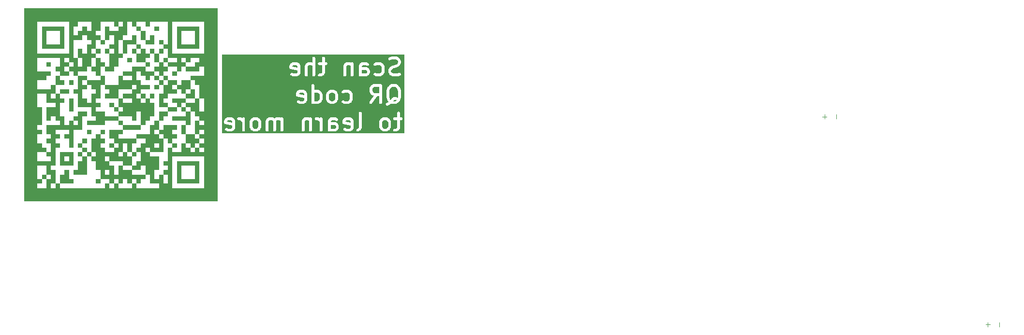
<source format=gbr>
%TF.GenerationSoftware,KiCad,Pcbnew,9.0.4*%
%TF.CreationDate,2025-09-18T16:51:08+08:00*%
%TF.ProjectId,XIAO,5849414f-2e6b-4696-9361-645f70636258,rev?*%
%TF.SameCoordinates,Original*%
%TF.FileFunction,Legend,Bot*%
%TF.FilePolarity,Positive*%
%FSLAX46Y46*%
G04 Gerber Fmt 4.6, Leading zero omitted, Abs format (unit mm)*
G04 Created by KiCad (PCBNEW 9.0.4) date 2025-09-18 16:51:08*
%MOMM*%
%LPD*%
G01*
G04 APERTURE LIST*
%ADD10C,0.500000*%
%ADD11C,0.000000*%
%ADD12C,0.120000*%
G04 APERTURE END LIST*
D10*
G36*
X103210426Y-64936053D02*
G01*
X103289622Y-65094445D01*
X103289622Y-65301906D01*
X102361051Y-65116191D01*
X102361051Y-65094445D01*
X102440247Y-64936053D01*
X102598639Y-64856857D01*
X103052034Y-64856857D01*
X103210426Y-64936053D01*
G37*
G36*
X107677246Y-64955177D02*
G01*
X107762730Y-65040660D01*
X107861051Y-65237302D01*
X107861051Y-65976411D01*
X107762729Y-66173053D01*
X107677247Y-66258536D01*
X107480605Y-66356857D01*
X107170068Y-66356857D01*
X106973426Y-66258536D01*
X106887942Y-66173052D01*
X106789622Y-65976411D01*
X106789622Y-65237301D01*
X106887941Y-65040662D01*
X106973426Y-64955177D01*
X107170068Y-64856857D01*
X107480605Y-64856857D01*
X107677246Y-64955177D01*
G37*
G36*
X120539623Y-65714000D02*
G01*
X121194892Y-65714000D01*
X121353284Y-65793196D01*
X121432480Y-65951588D01*
X121432480Y-66119268D01*
X121353283Y-66277661D01*
X121194892Y-66356857D01*
X120598640Y-66356857D01*
X120503909Y-66309491D01*
X120503909Y-65710482D01*
X120539623Y-65714000D01*
G37*
G36*
X123924713Y-64936053D02*
G01*
X124003909Y-65094445D01*
X124003909Y-65301906D01*
X123075338Y-65116191D01*
X123075338Y-65094445D01*
X123154534Y-64936053D01*
X123312926Y-64856857D01*
X123766321Y-64856857D01*
X123924713Y-64936053D01*
G37*
G36*
X130391533Y-64955177D02*
G01*
X130477017Y-65040660D01*
X130575338Y-65237302D01*
X130575338Y-65976411D01*
X130477016Y-66173053D01*
X130391534Y-66258536D01*
X130194892Y-66356857D01*
X129884355Y-66356857D01*
X129687713Y-66258536D01*
X129602229Y-66173052D01*
X129503909Y-65976411D01*
X129503909Y-65237301D01*
X129602228Y-65040662D01*
X129687713Y-64955177D01*
X129884355Y-64856857D01*
X130194892Y-64856857D01*
X130391533Y-64955177D01*
G37*
G36*
X132171025Y-61220641D02*
G01*
X131962963Y-61428703D01*
X131766321Y-61527025D01*
X131428891Y-61527025D01*
X131544856Y-61411059D01*
X131741498Y-61312739D01*
X131968195Y-61312739D01*
X132016968Y-61307935D01*
X132107088Y-61270606D01*
X132175683Y-61202011D01*
X132171025Y-61220641D01*
G37*
G36*
X131962962Y-59125345D02*
G01*
X132171025Y-59333407D01*
X132289624Y-59807802D01*
X132289624Y-60746247D01*
X132213391Y-61051179D01*
X132213391Y-61013966D01*
X132176062Y-60923846D01*
X132107088Y-60854872D01*
X132016968Y-60817543D01*
X131968195Y-60812739D01*
X131682481Y-60812739D01*
X131633708Y-60817543D01*
X131625409Y-60820980D01*
X131616450Y-60821617D01*
X131570678Y-60839132D01*
X131284964Y-60981989D01*
X131263971Y-60995203D01*
X131257875Y-60997729D01*
X131251009Y-61003363D01*
X131243488Y-61008098D01*
X131239161Y-61013086D01*
X131219990Y-61028820D01*
X130968195Y-61280614D01*
X130908222Y-61220641D01*
X130789624Y-60746247D01*
X130789624Y-59807802D01*
X130908222Y-59333408D01*
X131116284Y-59125346D01*
X131312927Y-59027025D01*
X131766321Y-59027025D01*
X131962962Y-59125345D01*
G37*
G36*
X115781856Y-60106221D02*
G01*
X115861052Y-60264613D01*
X115861052Y-60472074D01*
X114932481Y-60286359D01*
X114932481Y-60264613D01*
X115011677Y-60106221D01*
X115170069Y-60027025D01*
X115623464Y-60027025D01*
X115781856Y-60106221D01*
G37*
G36*
X118391533Y-60125345D02*
G01*
X118477017Y-60210828D01*
X118575338Y-60407470D01*
X118575338Y-61146579D01*
X118477016Y-61343221D01*
X118391534Y-61428704D01*
X118194892Y-61527025D01*
X117741498Y-61527025D01*
X117646767Y-61479659D01*
X117646767Y-60074390D01*
X117741498Y-60027025D01*
X118194892Y-60027025D01*
X118391533Y-60125345D01*
G37*
G36*
X121105819Y-60125345D02*
G01*
X121191303Y-60210828D01*
X121289624Y-60407470D01*
X121289624Y-61146579D01*
X121191302Y-61343221D01*
X121105820Y-61428704D01*
X120909178Y-61527025D01*
X120598641Y-61527025D01*
X120401999Y-61428704D01*
X120316515Y-61343220D01*
X120218195Y-61146579D01*
X120218195Y-60407469D01*
X120316514Y-60210830D01*
X120401999Y-60125345D01*
X120598641Y-60027025D01*
X120909178Y-60027025D01*
X121105819Y-60125345D01*
G37*
G36*
X129003910Y-60098453D02*
G01*
X128170070Y-60098453D01*
X127973427Y-60000132D01*
X127887944Y-59914648D01*
X127789624Y-59718008D01*
X127789624Y-59407470D01*
X127887944Y-59210829D01*
X127973427Y-59125345D01*
X128170070Y-59027025D01*
X129003910Y-59027025D01*
X129003910Y-60098453D01*
G37*
G36*
X114638998Y-55276389D02*
G01*
X114718194Y-55434781D01*
X114718194Y-55642242D01*
X113789623Y-55456527D01*
X113789623Y-55434781D01*
X113868819Y-55276389D01*
X114027211Y-55197193D01*
X114480606Y-55197193D01*
X114638998Y-55276389D01*
G37*
G36*
X125968195Y-56054336D02*
G01*
X126623464Y-56054336D01*
X126781856Y-56133532D01*
X126861052Y-56291924D01*
X126861052Y-56459604D01*
X126781855Y-56617997D01*
X126623464Y-56697193D01*
X126027212Y-56697193D01*
X125932481Y-56649827D01*
X125932481Y-56050818D01*
X125968195Y-56054336D01*
G37*
G36*
X133403867Y-67190190D02*
G01*
X101527718Y-67190190D01*
X101527718Y-65035428D01*
X101861051Y-65035428D01*
X101861051Y-65321142D01*
X101865855Y-65369915D01*
X101875227Y-65392541D01*
X101879981Y-65416572D01*
X101893712Y-65437169D01*
X101903184Y-65460035D01*
X101920502Y-65477353D01*
X101934089Y-65497733D01*
X101954654Y-65511505D01*
X101972158Y-65529009D01*
X101994787Y-65538382D01*
X102015138Y-65552011D01*
X102062022Y-65566287D01*
X103289622Y-65811807D01*
X103289622Y-66119268D01*
X103210425Y-66277661D01*
X103052034Y-66356857D01*
X102598639Y-66356857D01*
X102365711Y-66240393D01*
X102319939Y-66222878D01*
X102222639Y-66215963D01*
X102130101Y-66246809D01*
X102056410Y-66310721D01*
X102012786Y-66397969D01*
X102005871Y-66495269D01*
X102036717Y-66587807D01*
X102100629Y-66661498D01*
X102142105Y-66687607D01*
X102427819Y-66830464D01*
X102473591Y-66847979D01*
X102482550Y-66848615D01*
X102490849Y-66852053D01*
X102539622Y-66856857D01*
X103111051Y-66856857D01*
X103159824Y-66852053D01*
X103168122Y-66848615D01*
X103177082Y-66847979D01*
X103222854Y-66830464D01*
X103508568Y-66687607D01*
X103516724Y-66682472D01*
X103520572Y-66681190D01*
X103525364Y-66677033D01*
X103550044Y-66661498D01*
X103570583Y-66637815D01*
X103594263Y-66617279D01*
X103609796Y-66592602D01*
X103613956Y-66587807D01*
X103615239Y-66583956D01*
X103620372Y-66575803D01*
X103763229Y-66290088D01*
X103780744Y-66244316D01*
X103781380Y-66235356D01*
X103784818Y-66227058D01*
X103789622Y-66178285D01*
X103789622Y-65035428D01*
X103784818Y-64986655D01*
X103781380Y-64978356D01*
X103780744Y-64969397D01*
X103763229Y-64923625D01*
X103620372Y-64637911D01*
X103615239Y-64629757D01*
X103613956Y-64625907D01*
X103609796Y-64621111D01*
X103594263Y-64596435D01*
X103570582Y-64575896D01*
X103555133Y-64558084D01*
X104151569Y-64558084D01*
X104151569Y-64655630D01*
X104188898Y-64745750D01*
X104257872Y-64814724D01*
X104347992Y-64852053D01*
X104396765Y-64856857D01*
X104623462Y-64856857D01*
X104820103Y-64955177D01*
X104905587Y-65040660D01*
X105003908Y-65237302D01*
X105003908Y-66606857D01*
X105008712Y-66655630D01*
X105046041Y-66745750D01*
X105115015Y-66814724D01*
X105205135Y-66852053D01*
X105302681Y-66852053D01*
X105392801Y-66814724D01*
X105461775Y-66745750D01*
X105499104Y-66655630D01*
X105503908Y-66606857D01*
X105503908Y-65178285D01*
X106289622Y-65178285D01*
X106289622Y-66035428D01*
X106294426Y-66084201D01*
X106297863Y-66092499D01*
X106298500Y-66101460D01*
X106316016Y-66147232D01*
X106458873Y-66432946D01*
X106472086Y-66453936D01*
X106474612Y-66460033D01*
X106480247Y-66466899D01*
X106484982Y-66474421D01*
X106489970Y-66478747D01*
X106505703Y-66497918D01*
X106648560Y-66640776D01*
X106667732Y-66656510D01*
X106672058Y-66661498D01*
X106679576Y-66666230D01*
X106686444Y-66671867D01*
X106692543Y-66674393D01*
X106713534Y-66687607D01*
X106999248Y-66830464D01*
X107045020Y-66847979D01*
X107053979Y-66848615D01*
X107062278Y-66852053D01*
X107111051Y-66856857D01*
X107539622Y-66856857D01*
X107588395Y-66852053D01*
X107596693Y-66848615D01*
X107605653Y-66847979D01*
X107651425Y-66830464D01*
X107937140Y-66687607D01*
X107958130Y-66674393D01*
X107964230Y-66671867D01*
X107971097Y-66666230D01*
X107978616Y-66661498D01*
X107982941Y-66656510D01*
X108002114Y-66640776D01*
X108144971Y-66497918D01*
X108160703Y-66478747D01*
X108165692Y-66474421D01*
X108170426Y-66466900D01*
X108176062Y-66460033D01*
X108178587Y-66453934D01*
X108191801Y-66432945D01*
X108334658Y-66147231D01*
X108352173Y-66101459D01*
X108352809Y-66092499D01*
X108356247Y-66084201D01*
X108361051Y-66035428D01*
X108361051Y-65178285D01*
X108356247Y-65129512D01*
X108352809Y-65121213D01*
X108352173Y-65112254D01*
X108334658Y-65066482D01*
X108319131Y-65035428D01*
X109146765Y-65035428D01*
X109146765Y-66606857D01*
X109151569Y-66655630D01*
X109188898Y-66745750D01*
X109257872Y-66814724D01*
X109347992Y-66852053D01*
X109445538Y-66852053D01*
X109535658Y-66814724D01*
X109604632Y-66745750D01*
X109641961Y-66655630D01*
X109646765Y-66606857D01*
X109646765Y-65094445D01*
X109725960Y-64936053D01*
X109884354Y-64856857D01*
X110194891Y-64856857D01*
X110353283Y-64936053D01*
X110432480Y-65094446D01*
X110432480Y-66606857D01*
X110437284Y-66655630D01*
X110474613Y-66745750D01*
X110543587Y-66814724D01*
X110633707Y-66852053D01*
X110731253Y-66852053D01*
X110821373Y-66814724D01*
X110890347Y-66745750D01*
X110927676Y-66655630D01*
X110932480Y-66606857D01*
X110932480Y-65094445D01*
X111011676Y-64936053D01*
X111170068Y-64856857D01*
X111480605Y-64856857D01*
X111677246Y-64955177D01*
X111718194Y-64996124D01*
X111718194Y-66606857D01*
X111722998Y-66655630D01*
X111760327Y-66745750D01*
X111829301Y-66814724D01*
X111919421Y-66852053D01*
X112016967Y-66852053D01*
X112107087Y-66814724D01*
X112176061Y-66745750D01*
X112213390Y-66655630D01*
X112218194Y-66606857D01*
X112218194Y-65035428D01*
X115432480Y-65035428D01*
X115432480Y-66606857D01*
X115437284Y-66655630D01*
X115474613Y-66745750D01*
X115543587Y-66814724D01*
X115633707Y-66852053D01*
X115731253Y-66852053D01*
X115821373Y-66814724D01*
X115890347Y-66745750D01*
X115927676Y-66655630D01*
X115932480Y-66606857D01*
X115932480Y-65094445D01*
X116011676Y-64936053D01*
X116170068Y-64856857D01*
X116480605Y-64856857D01*
X116677246Y-64955177D01*
X116718194Y-64996124D01*
X116718194Y-66606857D01*
X116722998Y-66655630D01*
X116760327Y-66745750D01*
X116829301Y-66814724D01*
X116919421Y-66852053D01*
X117016967Y-66852053D01*
X117107087Y-66814724D01*
X117176061Y-66745750D01*
X117213390Y-66655630D01*
X117218194Y-66606857D01*
X117218194Y-64606857D01*
X117213390Y-64558084D01*
X117722998Y-64558084D01*
X117722998Y-64655630D01*
X117760327Y-64745750D01*
X117829301Y-64814724D01*
X117919421Y-64852053D01*
X117968194Y-64856857D01*
X118194891Y-64856857D01*
X118391532Y-64955177D01*
X118477016Y-65040660D01*
X118575337Y-65237302D01*
X118575337Y-66606857D01*
X118580141Y-66655630D01*
X118617470Y-66745750D01*
X118686444Y-66814724D01*
X118776564Y-66852053D01*
X118874110Y-66852053D01*
X118964230Y-66814724D01*
X119033204Y-66745750D01*
X119070533Y-66655630D01*
X119075337Y-66606857D01*
X119075337Y-65035428D01*
X120003909Y-65035428D01*
X120003909Y-66606857D01*
X120008713Y-66655630D01*
X120046042Y-66745750D01*
X120115016Y-66814724D01*
X120205136Y-66852053D01*
X120302682Y-66852053D01*
X120392802Y-66814724D01*
X120393981Y-66813544D01*
X120427820Y-66830464D01*
X120473592Y-66847979D01*
X120482551Y-66848615D01*
X120490850Y-66852053D01*
X120539623Y-66856857D01*
X121253909Y-66856857D01*
X121302682Y-66852053D01*
X121310980Y-66848615D01*
X121319940Y-66847979D01*
X121365712Y-66830464D01*
X121651426Y-66687607D01*
X121659582Y-66682472D01*
X121663430Y-66681190D01*
X121668222Y-66677033D01*
X121692902Y-66661498D01*
X121713441Y-66637815D01*
X121737121Y-66617279D01*
X121752654Y-66592602D01*
X121756814Y-66587807D01*
X121758097Y-66583956D01*
X121763230Y-66575803D01*
X121906087Y-66290088D01*
X121923602Y-66244316D01*
X121924238Y-66235356D01*
X121927676Y-66227058D01*
X121932480Y-66178285D01*
X121932480Y-65892571D01*
X121927676Y-65843798D01*
X121924238Y-65835499D01*
X121923602Y-65826540D01*
X121906087Y-65780768D01*
X121763230Y-65495054D01*
X121758097Y-65486900D01*
X121756814Y-65483050D01*
X121752654Y-65478254D01*
X121737121Y-65453578D01*
X121713440Y-65433039D01*
X121692902Y-65409359D01*
X121668225Y-65393825D01*
X121663430Y-65389666D01*
X121659579Y-65388382D01*
X121651426Y-65383250D01*
X121365712Y-65240393D01*
X121319940Y-65222878D01*
X121310980Y-65222241D01*
X121302682Y-65218804D01*
X121253909Y-65214000D01*
X120598641Y-65214000D01*
X120503909Y-65166634D01*
X120503909Y-65094445D01*
X120533418Y-65035428D01*
X122575338Y-65035428D01*
X122575338Y-65321142D01*
X122580142Y-65369915D01*
X122589514Y-65392541D01*
X122594268Y-65416572D01*
X122607999Y-65437169D01*
X122617471Y-65460035D01*
X122634789Y-65477353D01*
X122648376Y-65497733D01*
X122668941Y-65511505D01*
X122686445Y-65529009D01*
X122709074Y-65538382D01*
X122729425Y-65552011D01*
X122776309Y-65566287D01*
X124003909Y-65811807D01*
X124003909Y-66119268D01*
X123924712Y-66277661D01*
X123766321Y-66356857D01*
X123312926Y-66356857D01*
X123079998Y-66240393D01*
X123034226Y-66222878D01*
X122936926Y-66215963D01*
X122844388Y-66246809D01*
X122770697Y-66310721D01*
X122727073Y-66397969D01*
X122720158Y-66495269D01*
X122751004Y-66587807D01*
X122814916Y-66661498D01*
X122856392Y-66687607D01*
X123142106Y-66830464D01*
X123187878Y-66847979D01*
X123196837Y-66848615D01*
X123205136Y-66852053D01*
X123253909Y-66856857D01*
X123825338Y-66856857D01*
X123874111Y-66852053D01*
X123882409Y-66848615D01*
X123891369Y-66847979D01*
X123937141Y-66830464D01*
X124222855Y-66687607D01*
X124231011Y-66682472D01*
X124234859Y-66681190D01*
X124239651Y-66677033D01*
X124264331Y-66661498D01*
X124284870Y-66637815D01*
X124308550Y-66617279D01*
X124324083Y-66592602D01*
X124328243Y-66587807D01*
X124329526Y-66583956D01*
X124334659Y-66575803D01*
X124334766Y-66575588D01*
X125005872Y-66575588D01*
X125012787Y-66672888D01*
X125056411Y-66760136D01*
X125130102Y-66824047D01*
X125222640Y-66854894D01*
X125319940Y-66847979D01*
X125365712Y-66830464D01*
X125651427Y-66687607D01*
X125659583Y-66682472D01*
X125663431Y-66681190D01*
X125668223Y-66677033D01*
X125692903Y-66661498D01*
X125713442Y-66637815D01*
X125737122Y-66617279D01*
X125752655Y-66592602D01*
X125756815Y-66587807D01*
X125758098Y-66583956D01*
X125763231Y-66575803D01*
X125906088Y-66290088D01*
X125923603Y-66244316D01*
X125924239Y-66235356D01*
X125927677Y-66227058D01*
X125932481Y-66178285D01*
X125932481Y-65178285D01*
X129003909Y-65178285D01*
X129003909Y-66035428D01*
X129008713Y-66084201D01*
X129012150Y-66092499D01*
X129012787Y-66101460D01*
X129030303Y-66147232D01*
X129173160Y-66432946D01*
X129186373Y-66453936D01*
X129188899Y-66460033D01*
X129194534Y-66466899D01*
X129199269Y-66474421D01*
X129204257Y-66478747D01*
X129219990Y-66497918D01*
X129362847Y-66640776D01*
X129382019Y-66656510D01*
X129386345Y-66661498D01*
X129393863Y-66666230D01*
X129400731Y-66671867D01*
X129406830Y-66674393D01*
X129427821Y-66687607D01*
X129713535Y-66830464D01*
X129759307Y-66847979D01*
X129768266Y-66848615D01*
X129776565Y-66852053D01*
X129825338Y-66856857D01*
X130253909Y-66856857D01*
X130302682Y-66852053D01*
X130310980Y-66848615D01*
X130319940Y-66847979D01*
X130365712Y-66830464D01*
X130651427Y-66687607D01*
X130672417Y-66674393D01*
X130678517Y-66671867D01*
X130685384Y-66666230D01*
X130692903Y-66661498D01*
X130697228Y-66656510D01*
X130716401Y-66640776D01*
X130859258Y-66497918D01*
X130874990Y-66478747D01*
X130879979Y-66474421D01*
X130884713Y-66466900D01*
X130890349Y-66460033D01*
X130892874Y-66453934D01*
X130906088Y-66432945D01*
X131048945Y-66147231D01*
X131066460Y-66101459D01*
X131067096Y-66092499D01*
X131070534Y-66084201D01*
X131075338Y-66035428D01*
X131075338Y-65178285D01*
X131070534Y-65129512D01*
X131067096Y-65121213D01*
X131066460Y-65112254D01*
X131048945Y-65066482D01*
X130906088Y-64780768D01*
X130892873Y-64759775D01*
X130890348Y-64753679D01*
X130884713Y-64746813D01*
X130879979Y-64739292D01*
X130874990Y-64734965D01*
X130859257Y-64715794D01*
X130716401Y-64572937D01*
X130698302Y-64558084D01*
X131437285Y-64558084D01*
X131437285Y-64655630D01*
X131474614Y-64745750D01*
X131543588Y-64814724D01*
X131633708Y-64852053D01*
X131682481Y-64856857D01*
X132146767Y-64856857D01*
X132146767Y-66119268D01*
X132067570Y-66277660D01*
X131909178Y-66356857D01*
X131682481Y-66356857D01*
X131633708Y-66361661D01*
X131543588Y-66398990D01*
X131474614Y-66467964D01*
X131437285Y-66558084D01*
X131437285Y-66655630D01*
X131474614Y-66745750D01*
X131543588Y-66814724D01*
X131633708Y-66852053D01*
X131682481Y-66856857D01*
X131968195Y-66856857D01*
X132016968Y-66852053D01*
X132025266Y-66848615D01*
X132034226Y-66847979D01*
X132079998Y-66830464D01*
X132365713Y-66687607D01*
X132373869Y-66682472D01*
X132377717Y-66681190D01*
X132382509Y-66677033D01*
X132407189Y-66661498D01*
X132427728Y-66637815D01*
X132451408Y-66617279D01*
X132466941Y-66592602D01*
X132471101Y-66587807D01*
X132472384Y-66583956D01*
X132477517Y-66575803D01*
X132620374Y-66290088D01*
X132637889Y-66244316D01*
X132638525Y-66235356D01*
X132641963Y-66227058D01*
X132646767Y-66178285D01*
X132646767Y-64856857D01*
X132825338Y-64856857D01*
X132874111Y-64852053D01*
X132964231Y-64814724D01*
X133033205Y-64745750D01*
X133070534Y-64655630D01*
X133070534Y-64558084D01*
X133033205Y-64467964D01*
X132964231Y-64398990D01*
X132874111Y-64361661D01*
X132825338Y-64356857D01*
X132646767Y-64356857D01*
X132646767Y-63606857D01*
X132641963Y-63558084D01*
X132604634Y-63467964D01*
X132535660Y-63398990D01*
X132445540Y-63361661D01*
X132347994Y-63361661D01*
X132257874Y-63398990D01*
X132188900Y-63467964D01*
X132151571Y-63558084D01*
X132146767Y-63606857D01*
X132146767Y-64356857D01*
X131682481Y-64356857D01*
X131633708Y-64361661D01*
X131543588Y-64398990D01*
X131474614Y-64467964D01*
X131437285Y-64558084D01*
X130698302Y-64558084D01*
X130697228Y-64557203D01*
X130692903Y-64552216D01*
X130685382Y-64547481D01*
X130678516Y-64541847D01*
X130672419Y-64539321D01*
X130651427Y-64526107D01*
X130365712Y-64383250D01*
X130319940Y-64365735D01*
X130310980Y-64365098D01*
X130302682Y-64361661D01*
X130253909Y-64356857D01*
X129825338Y-64356857D01*
X129776565Y-64361661D01*
X129768266Y-64365098D01*
X129759307Y-64365735D01*
X129713535Y-64383250D01*
X129427821Y-64526107D01*
X129406828Y-64539321D01*
X129400732Y-64541847D01*
X129393866Y-64547481D01*
X129386345Y-64552216D01*
X129382018Y-64557204D01*
X129362847Y-64572938D01*
X129219990Y-64715794D01*
X129204256Y-64734966D01*
X129199269Y-64739292D01*
X129194534Y-64746813D01*
X129188900Y-64753679D01*
X129186375Y-64759773D01*
X129173160Y-64780767D01*
X129030303Y-65066481D01*
X129012787Y-65112253D01*
X129012150Y-65121213D01*
X129008713Y-65129512D01*
X129003909Y-65178285D01*
X125932481Y-65178285D01*
X125932481Y-63606857D01*
X125927677Y-63558084D01*
X125890348Y-63467964D01*
X125821374Y-63398990D01*
X125731254Y-63361661D01*
X125633708Y-63361661D01*
X125543588Y-63398990D01*
X125474614Y-63467964D01*
X125437285Y-63558084D01*
X125432481Y-63606857D01*
X125432481Y-66119268D01*
X125353284Y-66277660D01*
X125142106Y-66383250D01*
X125100630Y-66409359D01*
X125036719Y-66483050D01*
X125005872Y-66575588D01*
X124334766Y-66575588D01*
X124477516Y-66290088D01*
X124495031Y-66244316D01*
X124495667Y-66235356D01*
X124499105Y-66227058D01*
X124503909Y-66178285D01*
X124503909Y-65035428D01*
X124499105Y-64986655D01*
X124495667Y-64978356D01*
X124495031Y-64969397D01*
X124477516Y-64923625D01*
X124334659Y-64637911D01*
X124329526Y-64629757D01*
X124328243Y-64625907D01*
X124324083Y-64621111D01*
X124308550Y-64596435D01*
X124284869Y-64575896D01*
X124264331Y-64552216D01*
X124239654Y-64536682D01*
X124234859Y-64532523D01*
X124231008Y-64531239D01*
X124222855Y-64526107D01*
X123937141Y-64383250D01*
X123891369Y-64365735D01*
X123882409Y-64365098D01*
X123874111Y-64361661D01*
X123825338Y-64356857D01*
X123253909Y-64356857D01*
X123205136Y-64361661D01*
X123196837Y-64365098D01*
X123187878Y-64365735D01*
X123142106Y-64383250D01*
X122856392Y-64526107D01*
X122848238Y-64531239D01*
X122844388Y-64532523D01*
X122839592Y-64536682D01*
X122814916Y-64552216D01*
X122794377Y-64575896D01*
X122770697Y-64596435D01*
X122755163Y-64621111D01*
X122751004Y-64625907D01*
X122749720Y-64629757D01*
X122744588Y-64637911D01*
X122601731Y-64923625D01*
X122584216Y-64969397D01*
X122583579Y-64978356D01*
X122580142Y-64986655D01*
X122575338Y-65035428D01*
X120533418Y-65035428D01*
X120583105Y-64936053D01*
X120741497Y-64856857D01*
X121194892Y-64856857D01*
X121427820Y-64973321D01*
X121473592Y-64990836D01*
X121570892Y-64997751D01*
X121663430Y-64966905D01*
X121737121Y-64902993D01*
X121780745Y-64815745D01*
X121787660Y-64718445D01*
X121756814Y-64625907D01*
X121692902Y-64552216D01*
X121651426Y-64526107D01*
X121365712Y-64383250D01*
X121319940Y-64365735D01*
X121310980Y-64365098D01*
X121302682Y-64361661D01*
X121253909Y-64356857D01*
X120682480Y-64356857D01*
X120633707Y-64361661D01*
X120625408Y-64365098D01*
X120616449Y-64365735D01*
X120570677Y-64383250D01*
X120284963Y-64526107D01*
X120276809Y-64531239D01*
X120272959Y-64532523D01*
X120268163Y-64536682D01*
X120243487Y-64552216D01*
X120222948Y-64575896D01*
X120199268Y-64596435D01*
X120183734Y-64621111D01*
X120179575Y-64625907D01*
X120178291Y-64629757D01*
X120173159Y-64637911D01*
X120030302Y-64923625D01*
X120012787Y-64969397D01*
X120012150Y-64978356D01*
X120008713Y-64986655D01*
X120003909Y-65035428D01*
X119075337Y-65035428D01*
X119075337Y-64606857D01*
X119070533Y-64558084D01*
X119033204Y-64467964D01*
X118964230Y-64398990D01*
X118874110Y-64361661D01*
X118776564Y-64361661D01*
X118686444Y-64398990D01*
X118617470Y-64467964D01*
X118603344Y-64502066D01*
X118365711Y-64383250D01*
X118319939Y-64365735D01*
X118310979Y-64365098D01*
X118302681Y-64361661D01*
X118253908Y-64356857D01*
X117968194Y-64356857D01*
X117919421Y-64361661D01*
X117829301Y-64398990D01*
X117760327Y-64467964D01*
X117722998Y-64558084D01*
X117213390Y-64558084D01*
X117176061Y-64467964D01*
X117107087Y-64398990D01*
X117016967Y-64361661D01*
X116919421Y-64361661D01*
X116829301Y-64398990D01*
X116780502Y-64447788D01*
X116651425Y-64383250D01*
X116605653Y-64365735D01*
X116596693Y-64365098D01*
X116588395Y-64361661D01*
X116539622Y-64356857D01*
X116111051Y-64356857D01*
X116062278Y-64361661D01*
X116053979Y-64365098D01*
X116045020Y-64365735D01*
X115999248Y-64383250D01*
X115713534Y-64526107D01*
X115705380Y-64531239D01*
X115701530Y-64532523D01*
X115696734Y-64536682D01*
X115672058Y-64552216D01*
X115651519Y-64575896D01*
X115627839Y-64596435D01*
X115612305Y-64621111D01*
X115608146Y-64625907D01*
X115606862Y-64629757D01*
X115601730Y-64637911D01*
X115458873Y-64923625D01*
X115441358Y-64969397D01*
X115440721Y-64978356D01*
X115437284Y-64986655D01*
X115432480Y-65035428D01*
X112218194Y-65035428D01*
X112218194Y-64606857D01*
X112213390Y-64558084D01*
X112176061Y-64467964D01*
X112107087Y-64398990D01*
X112016967Y-64361661D01*
X111919421Y-64361661D01*
X111829301Y-64398990D01*
X111780502Y-64447788D01*
X111651425Y-64383250D01*
X111605653Y-64365735D01*
X111596693Y-64365098D01*
X111588395Y-64361661D01*
X111539622Y-64356857D01*
X111111051Y-64356857D01*
X111062278Y-64361661D01*
X111053979Y-64365098D01*
X111045020Y-64365735D01*
X110999248Y-64383250D01*
X110713534Y-64526107D01*
X110705380Y-64531239D01*
X110701530Y-64532523D01*
X110696734Y-64536682D01*
X110682479Y-64545655D01*
X110668221Y-64536680D01*
X110663428Y-64532523D01*
X110659579Y-64531240D01*
X110651425Y-64526107D01*
X110365711Y-64383250D01*
X110319939Y-64365735D01*
X110310979Y-64365098D01*
X110302681Y-64361661D01*
X110253908Y-64356857D01*
X109825337Y-64356857D01*
X109776564Y-64361661D01*
X109768265Y-64365098D01*
X109759306Y-64365735D01*
X109713534Y-64383250D01*
X109427819Y-64526107D01*
X109419665Y-64531239D01*
X109415815Y-64532523D01*
X109411019Y-64536682D01*
X109386343Y-64552216D01*
X109365806Y-64575895D01*
X109342124Y-64596435D01*
X109326588Y-64621114D01*
X109322432Y-64625907D01*
X109321149Y-64629754D01*
X109316015Y-64637911D01*
X109173158Y-64923625D01*
X109155643Y-64969397D01*
X109155006Y-64978356D01*
X109151569Y-64986655D01*
X109146765Y-65035428D01*
X108319131Y-65035428D01*
X108191801Y-64780768D01*
X108178586Y-64759775D01*
X108176061Y-64753679D01*
X108170426Y-64746813D01*
X108165692Y-64739292D01*
X108160703Y-64734965D01*
X108144970Y-64715794D01*
X108002114Y-64572937D01*
X107982941Y-64557203D01*
X107978616Y-64552216D01*
X107971095Y-64547481D01*
X107964229Y-64541847D01*
X107958132Y-64539321D01*
X107937140Y-64526107D01*
X107651425Y-64383250D01*
X107605653Y-64365735D01*
X107596693Y-64365098D01*
X107588395Y-64361661D01*
X107539622Y-64356857D01*
X107111051Y-64356857D01*
X107062278Y-64361661D01*
X107053979Y-64365098D01*
X107045020Y-64365735D01*
X106999248Y-64383250D01*
X106713534Y-64526107D01*
X106692541Y-64539321D01*
X106686445Y-64541847D01*
X106679579Y-64547481D01*
X106672058Y-64552216D01*
X106667731Y-64557204D01*
X106648560Y-64572938D01*
X106505703Y-64715794D01*
X106489969Y-64734966D01*
X106484982Y-64739292D01*
X106480247Y-64746813D01*
X106474613Y-64753679D01*
X106472088Y-64759773D01*
X106458873Y-64780767D01*
X106316016Y-65066481D01*
X106298500Y-65112253D01*
X106297863Y-65121213D01*
X106294426Y-65129512D01*
X106289622Y-65178285D01*
X105503908Y-65178285D01*
X105503908Y-64606857D01*
X105499104Y-64558084D01*
X105461775Y-64467964D01*
X105392801Y-64398990D01*
X105302681Y-64361661D01*
X105205135Y-64361661D01*
X105115015Y-64398990D01*
X105046041Y-64467964D01*
X105031915Y-64502066D01*
X104794282Y-64383250D01*
X104748510Y-64365735D01*
X104739550Y-64365098D01*
X104731252Y-64361661D01*
X104682479Y-64356857D01*
X104396765Y-64356857D01*
X104347992Y-64361661D01*
X104257872Y-64398990D01*
X104188898Y-64467964D01*
X104151569Y-64558084D01*
X103555133Y-64558084D01*
X103550044Y-64552216D01*
X103525367Y-64536682D01*
X103520572Y-64532523D01*
X103516721Y-64531239D01*
X103508568Y-64526107D01*
X103222854Y-64383250D01*
X103177082Y-64365735D01*
X103168122Y-64365098D01*
X103159824Y-64361661D01*
X103111051Y-64356857D01*
X102539622Y-64356857D01*
X102490849Y-64361661D01*
X102482550Y-64365098D01*
X102473591Y-64365735D01*
X102427819Y-64383250D01*
X102142105Y-64526107D01*
X102133951Y-64531239D01*
X102130101Y-64532523D01*
X102125305Y-64536682D01*
X102100629Y-64552216D01*
X102080090Y-64575896D01*
X102056410Y-64596435D01*
X102040876Y-64621111D01*
X102036717Y-64625907D01*
X102035433Y-64629757D01*
X102030301Y-64637911D01*
X101887444Y-64923625D01*
X101869929Y-64969397D01*
X101869292Y-64978356D01*
X101865855Y-64986655D01*
X101861051Y-65035428D01*
X101527718Y-65035428D01*
X101527718Y-62031470D01*
X130148730Y-62031470D01*
X130155645Y-62128770D01*
X130199269Y-62216018D01*
X130272960Y-62279930D01*
X130365498Y-62310776D01*
X130462798Y-62303861D01*
X130508570Y-62286346D01*
X130794284Y-62143489D01*
X130815276Y-62130274D01*
X130821373Y-62127749D01*
X130828239Y-62122114D01*
X130835760Y-62117380D01*
X130840085Y-62112392D01*
X130859258Y-62096659D01*
X131017558Y-61938357D01*
X131142107Y-62000632D01*
X131187879Y-62018147D01*
X131196838Y-62018783D01*
X131205137Y-62022221D01*
X131253910Y-62027025D01*
X131825338Y-62027025D01*
X131874111Y-62022221D01*
X131882409Y-62018783D01*
X131891369Y-62018147D01*
X131937141Y-62000632D01*
X132222856Y-61857775D01*
X132243848Y-61844560D01*
X132249945Y-61842035D01*
X132256810Y-61836400D01*
X132264332Y-61831666D01*
X132268658Y-61826677D01*
X132287830Y-61810944D01*
X132573544Y-61525230D01*
X132604634Y-61487345D01*
X132611745Y-61470175D01*
X132622813Y-61455239D01*
X132639303Y-61409087D01*
X132782160Y-60837658D01*
X132783410Y-60829201D01*
X132784820Y-60825798D01*
X132786629Y-60807431D01*
X132789328Y-60789177D01*
X132788785Y-60785533D01*
X132789624Y-60777025D01*
X132789624Y-59777025D01*
X132788785Y-59768516D01*
X132789328Y-59764873D01*
X132786628Y-59746617D01*
X132784820Y-59728252D01*
X132783410Y-59724849D01*
X132782160Y-59716391D01*
X132639303Y-59144962D01*
X132622813Y-59098811D01*
X132611748Y-59083878D01*
X132604635Y-59066704D01*
X132573544Y-59028820D01*
X132287830Y-58743105D01*
X132268657Y-58727371D01*
X132264332Y-58722384D01*
X132256811Y-58717649D01*
X132249945Y-58712015D01*
X132243848Y-58709489D01*
X132222856Y-58696275D01*
X131937141Y-58553418D01*
X131891369Y-58535903D01*
X131882409Y-58535266D01*
X131874111Y-58531829D01*
X131825338Y-58527025D01*
X131253910Y-58527025D01*
X131205137Y-58531829D01*
X131196838Y-58535266D01*
X131187879Y-58535903D01*
X131142107Y-58553418D01*
X130856392Y-58696275D01*
X130835403Y-58709486D01*
X130829303Y-58712014D01*
X130822433Y-58717651D01*
X130814916Y-58722384D01*
X130810591Y-58727370D01*
X130791419Y-58743105D01*
X130505704Y-59028819D01*
X130474614Y-59066704D01*
X130467501Y-59083875D01*
X130456435Y-59098811D01*
X130439945Y-59144963D01*
X130297088Y-59716391D01*
X130295837Y-59724849D01*
X130294428Y-59728252D01*
X130292619Y-59746617D01*
X130289920Y-59764873D01*
X130290462Y-59768516D01*
X130289624Y-59777025D01*
X130289624Y-60777025D01*
X130290462Y-60785533D01*
X130289920Y-60789177D01*
X130292619Y-60807432D01*
X130294428Y-60825798D01*
X130295837Y-60829200D01*
X130297088Y-60837659D01*
X130439945Y-61409087D01*
X130456435Y-61455239D01*
X130467500Y-61470173D01*
X130474613Y-61487345D01*
X130505704Y-61525229D01*
X130614641Y-61634167D01*
X130534390Y-61714418D01*
X130284964Y-61839132D01*
X130243488Y-61865241D01*
X130179576Y-61938932D01*
X130148730Y-62031470D01*
X101527718Y-62031470D01*
X101527718Y-60205596D01*
X114432481Y-60205596D01*
X114432481Y-60491310D01*
X114437285Y-60540083D01*
X114446657Y-60562709D01*
X114451411Y-60586740D01*
X114465142Y-60607337D01*
X114474614Y-60630203D01*
X114491932Y-60647521D01*
X114505519Y-60667901D01*
X114526084Y-60681673D01*
X114543588Y-60699177D01*
X114566217Y-60708550D01*
X114586568Y-60722179D01*
X114633452Y-60736455D01*
X115861052Y-60981975D01*
X115861052Y-61289436D01*
X115781855Y-61447829D01*
X115623464Y-61527025D01*
X115170069Y-61527025D01*
X114937141Y-61410561D01*
X114891369Y-61393046D01*
X114794069Y-61386131D01*
X114701531Y-61416977D01*
X114627840Y-61480889D01*
X114584216Y-61568137D01*
X114577301Y-61665437D01*
X114608147Y-61757975D01*
X114672059Y-61831666D01*
X114713535Y-61857775D01*
X114999249Y-62000632D01*
X115045021Y-62018147D01*
X115053980Y-62018783D01*
X115062279Y-62022221D01*
X115111052Y-62027025D01*
X115682481Y-62027025D01*
X115731254Y-62022221D01*
X115739552Y-62018783D01*
X115748512Y-62018147D01*
X115794284Y-62000632D01*
X116079998Y-61857775D01*
X116088154Y-61852640D01*
X116092002Y-61851358D01*
X116096794Y-61847201D01*
X116121474Y-61831666D01*
X116142013Y-61807983D01*
X116165693Y-61787447D01*
X116181226Y-61762770D01*
X116185386Y-61757975D01*
X116186669Y-61754124D01*
X116191802Y-61745971D01*
X116334659Y-61460256D01*
X116352174Y-61414484D01*
X116352810Y-61405524D01*
X116356248Y-61397226D01*
X116361052Y-61348453D01*
X116361052Y-60205596D01*
X116356248Y-60156823D01*
X116352810Y-60148524D01*
X116352174Y-60139565D01*
X116334659Y-60093793D01*
X116191802Y-59808079D01*
X116186669Y-59799925D01*
X116185386Y-59796075D01*
X116181226Y-59791279D01*
X116165693Y-59766603D01*
X116142012Y-59746064D01*
X116121474Y-59722384D01*
X116096797Y-59706850D01*
X116092002Y-59702691D01*
X116088151Y-59701407D01*
X116079998Y-59696275D01*
X115794284Y-59553418D01*
X115748512Y-59535903D01*
X115739552Y-59535266D01*
X115731254Y-59531829D01*
X115682481Y-59527025D01*
X115111052Y-59527025D01*
X115062279Y-59531829D01*
X115053980Y-59535266D01*
X115045021Y-59535903D01*
X114999249Y-59553418D01*
X114713535Y-59696275D01*
X114705381Y-59701407D01*
X114701531Y-59702691D01*
X114696735Y-59706850D01*
X114672059Y-59722384D01*
X114651520Y-59746064D01*
X114627840Y-59766603D01*
X114612306Y-59791279D01*
X114608147Y-59796075D01*
X114606863Y-59799925D01*
X114601731Y-59808079D01*
X114458874Y-60093793D01*
X114441359Y-60139565D01*
X114440722Y-60148524D01*
X114437285Y-60156823D01*
X114432481Y-60205596D01*
X101527718Y-60205596D01*
X101527718Y-58777025D01*
X117146767Y-58777025D01*
X117146767Y-61777025D01*
X117151571Y-61825798D01*
X117188900Y-61915918D01*
X117257874Y-61984892D01*
X117347994Y-62022221D01*
X117445540Y-62022221D01*
X117535660Y-61984892D01*
X117536839Y-61983712D01*
X117570678Y-62000632D01*
X117616450Y-62018147D01*
X117625409Y-62018783D01*
X117633708Y-62022221D01*
X117682481Y-62027025D01*
X118253909Y-62027025D01*
X118302682Y-62022221D01*
X118310980Y-62018783D01*
X118319940Y-62018147D01*
X118365712Y-62000632D01*
X118651427Y-61857775D01*
X118672417Y-61844561D01*
X118678517Y-61842035D01*
X118685384Y-61836398D01*
X118692903Y-61831666D01*
X118697228Y-61826678D01*
X118716401Y-61810944D01*
X118859258Y-61668086D01*
X118874990Y-61648915D01*
X118879979Y-61644589D01*
X118884713Y-61637068D01*
X118890349Y-61630201D01*
X118892874Y-61624102D01*
X118906088Y-61603113D01*
X119048945Y-61317399D01*
X119066460Y-61271627D01*
X119067096Y-61262667D01*
X119070534Y-61254369D01*
X119075338Y-61205596D01*
X119075338Y-60348453D01*
X119718195Y-60348453D01*
X119718195Y-61205596D01*
X119722999Y-61254369D01*
X119726436Y-61262667D01*
X119727073Y-61271628D01*
X119744589Y-61317400D01*
X119887446Y-61603114D01*
X119900659Y-61624104D01*
X119903185Y-61630201D01*
X119908820Y-61637067D01*
X119913555Y-61644589D01*
X119918543Y-61648915D01*
X119934276Y-61668086D01*
X120077133Y-61810944D01*
X120096305Y-61826678D01*
X120100631Y-61831666D01*
X120108149Y-61836398D01*
X120115017Y-61842035D01*
X120121116Y-61844561D01*
X120142107Y-61857775D01*
X120427821Y-62000632D01*
X120473593Y-62018147D01*
X120482552Y-62018783D01*
X120490851Y-62022221D01*
X120539624Y-62027025D01*
X120968195Y-62027025D01*
X121016968Y-62022221D01*
X121025266Y-62018783D01*
X121034226Y-62018147D01*
X121079998Y-62000632D01*
X121365713Y-61857775D01*
X121386703Y-61844561D01*
X121392803Y-61842035D01*
X121399670Y-61836398D01*
X121407189Y-61831666D01*
X121411514Y-61826678D01*
X121430687Y-61810944D01*
X121573544Y-61668086D01*
X121589276Y-61648915D01*
X121594265Y-61644589D01*
X121598999Y-61637068D01*
X121604635Y-61630201D01*
X121607160Y-61624102D01*
X121620374Y-61603113D01*
X121763231Y-61317399D01*
X121780746Y-61271627D01*
X121781382Y-61262667D01*
X121784820Y-61254369D01*
X121789624Y-61205596D01*
X121789624Y-60348453D01*
X121784820Y-60299680D01*
X121781382Y-60291381D01*
X121780746Y-60282422D01*
X121763231Y-60236650D01*
X121620374Y-59950936D01*
X121607159Y-59929943D01*
X121604634Y-59923847D01*
X121598999Y-59916981D01*
X121594265Y-59909460D01*
X121589276Y-59905133D01*
X121575719Y-59888613D01*
X122434445Y-59888613D01*
X122441360Y-59985913D01*
X122484984Y-60073161D01*
X122558675Y-60137073D01*
X122651213Y-60167919D01*
X122748513Y-60161004D01*
X122794285Y-60143489D01*
X123027213Y-60027025D01*
X123480607Y-60027025D01*
X123677248Y-60125345D01*
X123762732Y-60210828D01*
X123861053Y-60407470D01*
X123861053Y-61146579D01*
X123762731Y-61343221D01*
X123677249Y-61428704D01*
X123480607Y-61527025D01*
X123027213Y-61527025D01*
X122794285Y-61410561D01*
X122748513Y-61393046D01*
X122651213Y-61386131D01*
X122558675Y-61416977D01*
X122484984Y-61480889D01*
X122441360Y-61568137D01*
X122434445Y-61665437D01*
X122465291Y-61757975D01*
X122529203Y-61831666D01*
X122570679Y-61857775D01*
X122856393Y-62000632D01*
X122902165Y-62018147D01*
X122911124Y-62018783D01*
X122919423Y-62022221D01*
X122968196Y-62027025D01*
X123539624Y-62027025D01*
X123588397Y-62022221D01*
X123596695Y-62018783D01*
X123605655Y-62018147D01*
X123651427Y-62000632D01*
X123937142Y-61857775D01*
X123958132Y-61844561D01*
X123964232Y-61842035D01*
X123971099Y-61836398D01*
X123978618Y-61831666D01*
X123982943Y-61826678D01*
X124002116Y-61810944D01*
X124144973Y-61668086D01*
X124160705Y-61648915D01*
X124165694Y-61644589D01*
X124170428Y-61637068D01*
X124176064Y-61630201D01*
X124178589Y-61624102D01*
X124191803Y-61603113D01*
X124334660Y-61317399D01*
X124352175Y-61271627D01*
X124352811Y-61262667D01*
X124356249Y-61254369D01*
X124361053Y-61205596D01*
X124361053Y-60348453D01*
X124356249Y-60299680D01*
X124352811Y-60291381D01*
X124352175Y-60282422D01*
X124334660Y-60236650D01*
X124191803Y-59950936D01*
X124178588Y-59929943D01*
X124176063Y-59923847D01*
X124170428Y-59916981D01*
X124165694Y-59909460D01*
X124160705Y-59905133D01*
X124144972Y-59885962D01*
X124002116Y-59743105D01*
X123982943Y-59727371D01*
X123978618Y-59722384D01*
X123971097Y-59717649D01*
X123964231Y-59712015D01*
X123958134Y-59709489D01*
X123937142Y-59696275D01*
X123651427Y-59553418D01*
X123605655Y-59535903D01*
X123596695Y-59535266D01*
X123588397Y-59531829D01*
X123539624Y-59527025D01*
X122968196Y-59527025D01*
X122919423Y-59531829D01*
X122911124Y-59535266D01*
X122902165Y-59535903D01*
X122856393Y-59553418D01*
X122570679Y-59696275D01*
X122529203Y-59722384D01*
X122465291Y-59796075D01*
X122434445Y-59888613D01*
X121575719Y-59888613D01*
X121573543Y-59885962D01*
X121430687Y-59743105D01*
X121411514Y-59727371D01*
X121407189Y-59722384D01*
X121399668Y-59717649D01*
X121392802Y-59712015D01*
X121386705Y-59709489D01*
X121365713Y-59696275D01*
X121079998Y-59553418D01*
X121034226Y-59535903D01*
X121025266Y-59535266D01*
X121016968Y-59531829D01*
X120968195Y-59527025D01*
X120539624Y-59527025D01*
X120490851Y-59531829D01*
X120482552Y-59535266D01*
X120473593Y-59535903D01*
X120427821Y-59553418D01*
X120142107Y-59696275D01*
X120121114Y-59709489D01*
X120115018Y-59712015D01*
X120108152Y-59717649D01*
X120100631Y-59722384D01*
X120096304Y-59727372D01*
X120077133Y-59743106D01*
X119934276Y-59885962D01*
X119918542Y-59905134D01*
X119913555Y-59909460D01*
X119908820Y-59916981D01*
X119903186Y-59923847D01*
X119900661Y-59929941D01*
X119887446Y-59950935D01*
X119744589Y-60236649D01*
X119727073Y-60282421D01*
X119726436Y-60291381D01*
X119722999Y-60299680D01*
X119718195Y-60348453D01*
X119075338Y-60348453D01*
X119070534Y-60299680D01*
X119067096Y-60291381D01*
X119066460Y-60282422D01*
X119048945Y-60236650D01*
X118906088Y-59950936D01*
X118892873Y-59929943D01*
X118890348Y-59923847D01*
X118884713Y-59916981D01*
X118879979Y-59909460D01*
X118874990Y-59905133D01*
X118859257Y-59885962D01*
X118716401Y-59743105D01*
X118697228Y-59727371D01*
X118692903Y-59722384D01*
X118685382Y-59717649D01*
X118678516Y-59712015D01*
X118672419Y-59709489D01*
X118651427Y-59696275D01*
X118365712Y-59553418D01*
X118319940Y-59535903D01*
X118310980Y-59535266D01*
X118302682Y-59531829D01*
X118253909Y-59527025D01*
X117682481Y-59527025D01*
X117646767Y-59530542D01*
X117646767Y-59348453D01*
X127289624Y-59348453D01*
X127289624Y-59777025D01*
X127294428Y-59825798D01*
X127297865Y-59834096D01*
X127298502Y-59843056D01*
X127316017Y-59888828D01*
X127458874Y-60174542D01*
X127472088Y-60195534D01*
X127474614Y-60201631D01*
X127480248Y-60208497D01*
X127484983Y-60216018D01*
X127489970Y-60220343D01*
X127505704Y-60239516D01*
X127648561Y-60382372D01*
X127667732Y-60398105D01*
X127672059Y-60403094D01*
X127679580Y-60407828D01*
X127686446Y-60413463D01*
X127692542Y-60415988D01*
X127713535Y-60429203D01*
X127999250Y-60572060D01*
X128045022Y-60589575D01*
X128053981Y-60590211D01*
X128062280Y-60593649D01*
X128062788Y-60593699D01*
X127334816Y-61633659D01*
X127310782Y-61676371D01*
X127289683Y-61771607D01*
X127306635Y-61867666D01*
X127359057Y-61949928D01*
X127438970Y-62005867D01*
X127534206Y-62026966D01*
X127630265Y-62010014D01*
X127712527Y-61957592D01*
X127744432Y-61920391D01*
X128669788Y-60598453D01*
X129003910Y-60598453D01*
X129003910Y-61777025D01*
X129008714Y-61825798D01*
X129046043Y-61915918D01*
X129115017Y-61984892D01*
X129205137Y-62022221D01*
X129302683Y-62022221D01*
X129392803Y-61984892D01*
X129461777Y-61915918D01*
X129499106Y-61825798D01*
X129503910Y-61777025D01*
X129503910Y-58777025D01*
X129499106Y-58728252D01*
X129461777Y-58638132D01*
X129392803Y-58569158D01*
X129302683Y-58531829D01*
X129253910Y-58527025D01*
X128111053Y-58527025D01*
X128062280Y-58531829D01*
X128053981Y-58535266D01*
X128045022Y-58535903D01*
X127999250Y-58553418D01*
X127713535Y-58696275D01*
X127692542Y-58709489D01*
X127686446Y-58712015D01*
X127679580Y-58717649D01*
X127672059Y-58722384D01*
X127667732Y-58727372D01*
X127648561Y-58743106D01*
X127505704Y-58885962D01*
X127489970Y-58905134D01*
X127484983Y-58909460D01*
X127480248Y-58916980D01*
X127474614Y-58923847D01*
X127472088Y-58929943D01*
X127458874Y-58950936D01*
X127316017Y-59236650D01*
X127298502Y-59282422D01*
X127297865Y-59291381D01*
X127294428Y-59299680D01*
X127289624Y-59348453D01*
X117646767Y-59348453D01*
X117646767Y-58777025D01*
X117641963Y-58728252D01*
X117604634Y-58638132D01*
X117535660Y-58569158D01*
X117445540Y-58531829D01*
X117347994Y-58531829D01*
X117257874Y-58569158D01*
X117188900Y-58638132D01*
X117151571Y-58728252D01*
X117146767Y-58777025D01*
X101527718Y-58777025D01*
X101527718Y-55375764D01*
X113289623Y-55375764D01*
X113289623Y-55661478D01*
X113294427Y-55710251D01*
X113303799Y-55732877D01*
X113308553Y-55756908D01*
X113322284Y-55777505D01*
X113331756Y-55800371D01*
X113349074Y-55817689D01*
X113362661Y-55838069D01*
X113383226Y-55851841D01*
X113400730Y-55869345D01*
X113423359Y-55878718D01*
X113443710Y-55892347D01*
X113490594Y-55906623D01*
X114718194Y-56152143D01*
X114718194Y-56459604D01*
X114638997Y-56617997D01*
X114480606Y-56697193D01*
X114027211Y-56697193D01*
X113794283Y-56580729D01*
X113748511Y-56563214D01*
X113651211Y-56556299D01*
X113558673Y-56587145D01*
X113484982Y-56651057D01*
X113441358Y-56738305D01*
X113434443Y-56835605D01*
X113465289Y-56928143D01*
X113529201Y-57001834D01*
X113570677Y-57027943D01*
X113856391Y-57170800D01*
X113902163Y-57188315D01*
X113911122Y-57188951D01*
X113919421Y-57192389D01*
X113968194Y-57197193D01*
X114539623Y-57197193D01*
X114588396Y-57192389D01*
X114596694Y-57188951D01*
X114605654Y-57188315D01*
X114651426Y-57170800D01*
X114937140Y-57027943D01*
X114945296Y-57022808D01*
X114949144Y-57021526D01*
X114953936Y-57017369D01*
X114978616Y-57001834D01*
X114999155Y-56978151D01*
X115022835Y-56957615D01*
X115038368Y-56932938D01*
X115042528Y-56928143D01*
X115043811Y-56924292D01*
X115048944Y-56916139D01*
X115191801Y-56630424D01*
X115209316Y-56584652D01*
X115209952Y-56575692D01*
X115213390Y-56567394D01*
X115218194Y-56518621D01*
X115218194Y-55375764D01*
X116003909Y-55375764D01*
X116003909Y-56947193D01*
X116008713Y-56995966D01*
X116046042Y-57086086D01*
X116115016Y-57155060D01*
X116205136Y-57192389D01*
X116302682Y-57192389D01*
X116392802Y-57155060D01*
X116461776Y-57086086D01*
X116499105Y-56995966D01*
X116503909Y-56947193D01*
X116503909Y-55434781D01*
X116583105Y-55276389D01*
X116741497Y-55197193D01*
X117052034Y-55197193D01*
X117248675Y-55295513D01*
X117289623Y-55336460D01*
X117289623Y-56947193D01*
X117294427Y-56995966D01*
X117331756Y-57086086D01*
X117400730Y-57155060D01*
X117490850Y-57192389D01*
X117588396Y-57192389D01*
X117678516Y-57155060D01*
X117747490Y-57086086D01*
X117784819Y-56995966D01*
X117789623Y-56947193D01*
X117789623Y-54898420D01*
X118294427Y-54898420D01*
X118294427Y-54995966D01*
X118331756Y-55086086D01*
X118400730Y-55155060D01*
X118490850Y-55192389D01*
X118539623Y-55197193D01*
X119003909Y-55197193D01*
X119003909Y-56459604D01*
X118924712Y-56617996D01*
X118766320Y-56697193D01*
X118539623Y-56697193D01*
X118490850Y-56701997D01*
X118400730Y-56739326D01*
X118331756Y-56808300D01*
X118294427Y-56898420D01*
X118294427Y-56995966D01*
X118331756Y-57086086D01*
X118400730Y-57155060D01*
X118490850Y-57192389D01*
X118539623Y-57197193D01*
X118825337Y-57197193D01*
X118874110Y-57192389D01*
X118882408Y-57188951D01*
X118891368Y-57188315D01*
X118937140Y-57170800D01*
X119222855Y-57027943D01*
X119231011Y-57022808D01*
X119234859Y-57021526D01*
X119239651Y-57017369D01*
X119264331Y-57001834D01*
X119284870Y-56978151D01*
X119308550Y-56957615D01*
X119324083Y-56932938D01*
X119328243Y-56928143D01*
X119329526Y-56924292D01*
X119334659Y-56916139D01*
X119477516Y-56630424D01*
X119495031Y-56584652D01*
X119495667Y-56575692D01*
X119499105Y-56567394D01*
X119503909Y-56518621D01*
X119503909Y-55375764D01*
X122718195Y-55375764D01*
X122718195Y-56947193D01*
X122722999Y-56995966D01*
X122760328Y-57086086D01*
X122829302Y-57155060D01*
X122919422Y-57192389D01*
X123016968Y-57192389D01*
X123107088Y-57155060D01*
X123176062Y-57086086D01*
X123213391Y-56995966D01*
X123218195Y-56947193D01*
X123218195Y-55434781D01*
X123297391Y-55276389D01*
X123455783Y-55197193D01*
X123766320Y-55197193D01*
X123962961Y-55295513D01*
X124003909Y-55336460D01*
X124003909Y-56947193D01*
X124008713Y-56995966D01*
X124046042Y-57086086D01*
X124115016Y-57155060D01*
X124205136Y-57192389D01*
X124302682Y-57192389D01*
X124392802Y-57155060D01*
X124461776Y-57086086D01*
X124499105Y-56995966D01*
X124503909Y-56947193D01*
X124503909Y-55375764D01*
X125432481Y-55375764D01*
X125432481Y-56947193D01*
X125437285Y-56995966D01*
X125474614Y-57086086D01*
X125543588Y-57155060D01*
X125633708Y-57192389D01*
X125731254Y-57192389D01*
X125821374Y-57155060D01*
X125822553Y-57153880D01*
X125856392Y-57170800D01*
X125902164Y-57188315D01*
X125911123Y-57188951D01*
X125919422Y-57192389D01*
X125968195Y-57197193D01*
X126682481Y-57197193D01*
X126731254Y-57192389D01*
X126739552Y-57188951D01*
X126748512Y-57188315D01*
X126794284Y-57170800D01*
X127079998Y-57027943D01*
X127088154Y-57022808D01*
X127092002Y-57021526D01*
X127096794Y-57017369D01*
X127121474Y-57001834D01*
X127142013Y-56978151D01*
X127165693Y-56957615D01*
X127181226Y-56932938D01*
X127185386Y-56928143D01*
X127186669Y-56924292D01*
X127191802Y-56916139D01*
X127334659Y-56630424D01*
X127352174Y-56584652D01*
X127352810Y-56575692D01*
X127356248Y-56567394D01*
X127361052Y-56518621D01*
X127361052Y-56232907D01*
X127356248Y-56184134D01*
X127352810Y-56175835D01*
X127352174Y-56166876D01*
X127334659Y-56121104D01*
X127191802Y-55835390D01*
X127186669Y-55827236D01*
X127185386Y-55823386D01*
X127181226Y-55818590D01*
X127165693Y-55793914D01*
X127142012Y-55773375D01*
X127121474Y-55749695D01*
X127096797Y-55734161D01*
X127092002Y-55730002D01*
X127088151Y-55728718D01*
X127079998Y-55723586D01*
X126794284Y-55580729D01*
X126748512Y-55563214D01*
X126739552Y-55562577D01*
X126731254Y-55559140D01*
X126682481Y-55554336D01*
X126027213Y-55554336D01*
X125932481Y-55506970D01*
X125932481Y-55434781D01*
X126011677Y-55276389D01*
X126170069Y-55197193D01*
X126623464Y-55197193D01*
X126856392Y-55313657D01*
X126902164Y-55331172D01*
X126999464Y-55338087D01*
X127092002Y-55307241D01*
X127165693Y-55243329D01*
X127209317Y-55156081D01*
X127216232Y-55058781D01*
X128005873Y-55058781D01*
X128012788Y-55156081D01*
X128056412Y-55243329D01*
X128130103Y-55307241D01*
X128222641Y-55338087D01*
X128319941Y-55331172D01*
X128365713Y-55313657D01*
X128598641Y-55197193D01*
X129052035Y-55197193D01*
X129248676Y-55295513D01*
X129334160Y-55380996D01*
X129432481Y-55577638D01*
X129432481Y-56316747D01*
X129334159Y-56513389D01*
X129248677Y-56598872D01*
X129052035Y-56697193D01*
X128598641Y-56697193D01*
X128365713Y-56580729D01*
X128319941Y-56563214D01*
X128222641Y-56556299D01*
X128130103Y-56587145D01*
X128056412Y-56651057D01*
X128012788Y-56738305D01*
X128005873Y-56835605D01*
X128036719Y-56928143D01*
X128100631Y-57001834D01*
X128142107Y-57027943D01*
X128427821Y-57170800D01*
X128473593Y-57188315D01*
X128482552Y-57188951D01*
X128490851Y-57192389D01*
X128539624Y-57197193D01*
X129111052Y-57197193D01*
X129159825Y-57192389D01*
X129168123Y-57188951D01*
X129177083Y-57188315D01*
X129222855Y-57170800D01*
X129508570Y-57027943D01*
X129529560Y-57014729D01*
X129535660Y-57012203D01*
X129542527Y-57006566D01*
X129550046Y-57001834D01*
X129554371Y-56996846D01*
X129573544Y-56981112D01*
X129716401Y-56838254D01*
X129732133Y-56819083D01*
X129737122Y-56814757D01*
X129741856Y-56807236D01*
X129747492Y-56800369D01*
X129750017Y-56794270D01*
X129763231Y-56773281D01*
X129906088Y-56487567D01*
X129923603Y-56441795D01*
X129924239Y-56432835D01*
X129927677Y-56424537D01*
X129932481Y-56375764D01*
X129932481Y-56090050D01*
X130575338Y-56090050D01*
X130575338Y-56375764D01*
X130580142Y-56424537D01*
X130583579Y-56432835D01*
X130584216Y-56441795D01*
X130601731Y-56487567D01*
X130744588Y-56773281D01*
X130757802Y-56794273D01*
X130760328Y-56800370D01*
X130765962Y-56807236D01*
X130770697Y-56814757D01*
X130775684Y-56819082D01*
X130791418Y-56838255D01*
X130934277Y-56981113D01*
X130953449Y-56996847D01*
X130957774Y-57001834D01*
X130965291Y-57006566D01*
X130972161Y-57012204D01*
X130978261Y-57014731D01*
X130999250Y-57027943D01*
X131284964Y-57170800D01*
X131330736Y-57188315D01*
X131339695Y-57188951D01*
X131347994Y-57192389D01*
X131396767Y-57197193D01*
X132111053Y-57197193D01*
X132135734Y-57194761D01*
X132142321Y-57195230D01*
X132150986Y-57193259D01*
X132159826Y-57192389D01*
X132165923Y-57189863D01*
X132190110Y-57184364D01*
X132618680Y-57041507D01*
X132663431Y-57021526D01*
X132737122Y-56957614D01*
X132780745Y-56870368D01*
X132787660Y-56773069D01*
X132756813Y-56680528D01*
X132692902Y-56606837D01*
X132605656Y-56563214D01*
X132508356Y-56556299D01*
X132460567Y-56567165D01*
X132070483Y-56697193D01*
X131455784Y-56697193D01*
X131259142Y-56598872D01*
X131173658Y-56513387D01*
X131075338Y-56316747D01*
X131075338Y-56149067D01*
X131173658Y-55952426D01*
X131259142Y-55866941D01*
X131484023Y-55754501D01*
X132028829Y-55618300D01*
X132032429Y-55617013D01*
X132034226Y-55616886D01*
X132054507Y-55609125D01*
X132074981Y-55601810D01*
X132076430Y-55600736D01*
X132079998Y-55599371D01*
X132365713Y-55456514D01*
X132386705Y-55443299D01*
X132392802Y-55440774D01*
X132399668Y-55435139D01*
X132407189Y-55430405D01*
X132411514Y-55425417D01*
X132430687Y-55409684D01*
X132573543Y-55266827D01*
X132589276Y-55247655D01*
X132594265Y-55243329D01*
X132598999Y-55235807D01*
X132604634Y-55228942D01*
X132607159Y-55222845D01*
X132620374Y-55201853D01*
X132763231Y-54916139D01*
X132780746Y-54870367D01*
X132781382Y-54861407D01*
X132784820Y-54853109D01*
X132789624Y-54804336D01*
X132789624Y-54518621D01*
X132784820Y-54469848D01*
X132781382Y-54461549D01*
X132780746Y-54452590D01*
X132763231Y-54406818D01*
X132620374Y-54121104D01*
X132607159Y-54100111D01*
X132604634Y-54094015D01*
X132598999Y-54087149D01*
X132594265Y-54079628D01*
X132589276Y-54075301D01*
X132573543Y-54056130D01*
X132430687Y-53913273D01*
X132411514Y-53897539D01*
X132407189Y-53892552D01*
X132399668Y-53887817D01*
X132392802Y-53882183D01*
X132386705Y-53879657D01*
X132365713Y-53866443D01*
X132079998Y-53723586D01*
X132034226Y-53706071D01*
X132025266Y-53705434D01*
X132016968Y-53701997D01*
X131968195Y-53697193D01*
X131253910Y-53697193D01*
X131229228Y-53699624D01*
X131222642Y-53699156D01*
X131213976Y-53701126D01*
X131205137Y-53701997D01*
X131199039Y-53704522D01*
X131174853Y-53710022D01*
X130746281Y-53852879D01*
X130701530Y-53872860D01*
X130627839Y-53936772D01*
X130584216Y-54024018D01*
X130577301Y-54121317D01*
X130608148Y-54213858D01*
X130672060Y-54287549D01*
X130759306Y-54331172D01*
X130856605Y-54338087D01*
X130904395Y-54327221D01*
X131294479Y-54197193D01*
X131909178Y-54197193D01*
X132105819Y-54295513D01*
X132191303Y-54380996D01*
X132289624Y-54577638D01*
X132289624Y-54745319D01*
X132191303Y-54941960D01*
X132105819Y-55027443D01*
X131880938Y-55139883D01*
X131336133Y-55276085D01*
X131332532Y-55277371D01*
X131330736Y-55277499D01*
X131310454Y-55285259D01*
X131289981Y-55292575D01*
X131288531Y-55293648D01*
X131284964Y-55295014D01*
X130999250Y-55437871D01*
X130978261Y-55451082D01*
X130972161Y-55453610D01*
X130965291Y-55459247D01*
X130957774Y-55463980D01*
X130953449Y-55468966D01*
X130934277Y-55484701D01*
X130791418Y-55627559D01*
X130775684Y-55646731D01*
X130770697Y-55651057D01*
X130765962Y-55658577D01*
X130760328Y-55665444D01*
X130757802Y-55671540D01*
X130744588Y-55692533D01*
X130601731Y-55978247D01*
X130584216Y-56024019D01*
X130583579Y-56032978D01*
X130580142Y-56041277D01*
X130575338Y-56090050D01*
X129932481Y-56090050D01*
X129932481Y-55518621D01*
X129927677Y-55469848D01*
X129924239Y-55461549D01*
X129923603Y-55452590D01*
X129906088Y-55406818D01*
X129763231Y-55121104D01*
X129750016Y-55100111D01*
X129747491Y-55094015D01*
X129741856Y-55087149D01*
X129737122Y-55079628D01*
X129732133Y-55075301D01*
X129716400Y-55056130D01*
X129573544Y-54913273D01*
X129554371Y-54897539D01*
X129550046Y-54892552D01*
X129542525Y-54887817D01*
X129535659Y-54882183D01*
X129529562Y-54879657D01*
X129508570Y-54866443D01*
X129222855Y-54723586D01*
X129177083Y-54706071D01*
X129168123Y-54705434D01*
X129159825Y-54701997D01*
X129111052Y-54697193D01*
X128539624Y-54697193D01*
X128490851Y-54701997D01*
X128482552Y-54705434D01*
X128473593Y-54706071D01*
X128427821Y-54723586D01*
X128142107Y-54866443D01*
X128100631Y-54892552D01*
X128036719Y-54966243D01*
X128005873Y-55058781D01*
X127216232Y-55058781D01*
X127185386Y-54966243D01*
X127121474Y-54892552D01*
X127079998Y-54866443D01*
X126794284Y-54723586D01*
X126748512Y-54706071D01*
X126739552Y-54705434D01*
X126731254Y-54701997D01*
X126682481Y-54697193D01*
X126111052Y-54697193D01*
X126062279Y-54701997D01*
X126053980Y-54705434D01*
X126045021Y-54706071D01*
X125999249Y-54723586D01*
X125713535Y-54866443D01*
X125705381Y-54871575D01*
X125701531Y-54872859D01*
X125696735Y-54877018D01*
X125672059Y-54892552D01*
X125651520Y-54916232D01*
X125627840Y-54936771D01*
X125612306Y-54961447D01*
X125608147Y-54966243D01*
X125606863Y-54970093D01*
X125601731Y-54978247D01*
X125458874Y-55263961D01*
X125441359Y-55309733D01*
X125440722Y-55318692D01*
X125437285Y-55326991D01*
X125432481Y-55375764D01*
X124503909Y-55375764D01*
X124503909Y-54947193D01*
X124499105Y-54898420D01*
X124461776Y-54808300D01*
X124392802Y-54739326D01*
X124302682Y-54701997D01*
X124205136Y-54701997D01*
X124115016Y-54739326D01*
X124066217Y-54788124D01*
X123937140Y-54723586D01*
X123891368Y-54706071D01*
X123882408Y-54705434D01*
X123874110Y-54701997D01*
X123825337Y-54697193D01*
X123396766Y-54697193D01*
X123347993Y-54701997D01*
X123339694Y-54705434D01*
X123330735Y-54706071D01*
X123284963Y-54723586D01*
X122999249Y-54866443D01*
X122991095Y-54871575D01*
X122987245Y-54872859D01*
X122982449Y-54877018D01*
X122957773Y-54892552D01*
X122937234Y-54916232D01*
X122913554Y-54936771D01*
X122898020Y-54961447D01*
X122893861Y-54966243D01*
X122892577Y-54970093D01*
X122887445Y-54978247D01*
X122744588Y-55263961D01*
X122727073Y-55309733D01*
X122726436Y-55318692D01*
X122722999Y-55326991D01*
X122718195Y-55375764D01*
X119503909Y-55375764D01*
X119503909Y-55197193D01*
X119682480Y-55197193D01*
X119731253Y-55192389D01*
X119821373Y-55155060D01*
X119890347Y-55086086D01*
X119927676Y-54995966D01*
X119927676Y-54898420D01*
X119890347Y-54808300D01*
X119821373Y-54739326D01*
X119731253Y-54701997D01*
X119682480Y-54697193D01*
X119503909Y-54697193D01*
X119503909Y-53947193D01*
X119499105Y-53898420D01*
X119461776Y-53808300D01*
X119392802Y-53739326D01*
X119302682Y-53701997D01*
X119205136Y-53701997D01*
X119115016Y-53739326D01*
X119046042Y-53808300D01*
X119008713Y-53898420D01*
X119003909Y-53947193D01*
X119003909Y-54697193D01*
X118539623Y-54697193D01*
X118490850Y-54701997D01*
X118400730Y-54739326D01*
X118331756Y-54808300D01*
X118294427Y-54898420D01*
X117789623Y-54898420D01*
X117789623Y-53947193D01*
X117784819Y-53898420D01*
X117747490Y-53808300D01*
X117678516Y-53739326D01*
X117588396Y-53701997D01*
X117490850Y-53701997D01*
X117400730Y-53739326D01*
X117331756Y-53808300D01*
X117294427Y-53898420D01*
X117289623Y-53947193D01*
X117289623Y-54756970D01*
X117222854Y-54723586D01*
X117177082Y-54706071D01*
X117168122Y-54705434D01*
X117159824Y-54701997D01*
X117111051Y-54697193D01*
X116682480Y-54697193D01*
X116633707Y-54701997D01*
X116625408Y-54705434D01*
X116616449Y-54706071D01*
X116570677Y-54723586D01*
X116284963Y-54866443D01*
X116276809Y-54871575D01*
X116272959Y-54872859D01*
X116268163Y-54877018D01*
X116243487Y-54892552D01*
X116222948Y-54916232D01*
X116199268Y-54936771D01*
X116183734Y-54961447D01*
X116179575Y-54966243D01*
X116178291Y-54970093D01*
X116173159Y-54978247D01*
X116030302Y-55263961D01*
X116012787Y-55309733D01*
X116012150Y-55318692D01*
X116008713Y-55326991D01*
X116003909Y-55375764D01*
X115218194Y-55375764D01*
X115213390Y-55326991D01*
X115209952Y-55318692D01*
X115209316Y-55309733D01*
X115191801Y-55263961D01*
X115048944Y-54978247D01*
X115043811Y-54970093D01*
X115042528Y-54966243D01*
X115038368Y-54961447D01*
X115022835Y-54936771D01*
X114999154Y-54916232D01*
X114978616Y-54892552D01*
X114953939Y-54877018D01*
X114949144Y-54872859D01*
X114945293Y-54871575D01*
X114937140Y-54866443D01*
X114651426Y-54723586D01*
X114605654Y-54706071D01*
X114596694Y-54705434D01*
X114588396Y-54701997D01*
X114539623Y-54697193D01*
X113968194Y-54697193D01*
X113919421Y-54701997D01*
X113911122Y-54705434D01*
X113902163Y-54706071D01*
X113856391Y-54723586D01*
X113570677Y-54866443D01*
X113562523Y-54871575D01*
X113558673Y-54872859D01*
X113553877Y-54877018D01*
X113529201Y-54892552D01*
X113508662Y-54916232D01*
X113484982Y-54936771D01*
X113469448Y-54961447D01*
X113465289Y-54966243D01*
X113464005Y-54970093D01*
X113458873Y-54978247D01*
X113316016Y-55263961D01*
X113298501Y-55309733D01*
X113297864Y-55318692D01*
X113294427Y-55326991D01*
X113289623Y-55375764D01*
X101527718Y-55375764D01*
X101527718Y-53363860D01*
X133403867Y-53363860D01*
X133403867Y-67190190D01*
G37*
D11*
%TO.C,G\u002A\u002A\u002A*%
G36*
X100763333Y-54308333D02*
G01*
X100763333Y-55451333D01*
X100763333Y-62140000D01*
X100763333Y-73993333D01*
X100763333Y-79073333D01*
X83830000Y-79073333D01*
X66896667Y-79073333D01*
X66896667Y-72808000D01*
X69182667Y-72808000D01*
X69182667Y-73993333D01*
X69182667Y-75178667D01*
X69606000Y-75178667D01*
X70029333Y-75178667D01*
X70029333Y-75559667D01*
X70029333Y-75940667D01*
X69606000Y-75940667D01*
X69182667Y-75940667D01*
X69182667Y-76364000D01*
X69182667Y-76787333D01*
X69987000Y-76787333D01*
X70791333Y-76787333D01*
X70791333Y-75983000D01*
X70791333Y-75178667D01*
X71172333Y-75178667D01*
X71553333Y-75178667D01*
X71553333Y-74797667D01*
X71553333Y-74416667D01*
X71172333Y-74416667D01*
X70791333Y-74416667D01*
X70791333Y-73612333D01*
X70791333Y-72808000D01*
X69987000Y-72808000D01*
X69182667Y-72808000D01*
X66896667Y-72808000D01*
X66896667Y-70437333D01*
X69182667Y-70437333D01*
X69182667Y-71241667D01*
X69182667Y-72046000D01*
X70368000Y-72046000D01*
X71553333Y-72046000D01*
X71553333Y-71622667D01*
X71553333Y-71199333D01*
X71172333Y-71199333D01*
X70791333Y-71199333D01*
X70791333Y-70818333D01*
X70791333Y-70437333D01*
X69987000Y-70437333D01*
X69182667Y-70437333D01*
X66896667Y-70437333D01*
X66896667Y-62140000D01*
X66896667Y-60192667D01*
X69182667Y-60192667D01*
X69182667Y-61378000D01*
X69182667Y-62563333D01*
X69606000Y-62563333D01*
X70029333Y-62563333D01*
X70029333Y-64129667D01*
X70029333Y-65696000D01*
X69606000Y-65696000D01*
X69182667Y-65696000D01*
X69182667Y-66119333D01*
X69182667Y-66542667D01*
X69606000Y-66542667D01*
X70029333Y-66542667D01*
X70029333Y-66923667D01*
X70029333Y-67304667D01*
X69606000Y-67304667D01*
X69182667Y-67304667D01*
X69182667Y-68109000D01*
X69182667Y-68913333D01*
X69606000Y-68913333D01*
X70029333Y-68913333D01*
X70029333Y-69294333D01*
X70029333Y-69675333D01*
X70410333Y-69675333D01*
X70791333Y-69675333D01*
X70791333Y-70056333D01*
X70791333Y-70437333D01*
X71172333Y-70437333D01*
X71553333Y-70437333D01*
X71553333Y-69675333D01*
X71553333Y-68913333D01*
X71172333Y-68913333D01*
X70791333Y-68913333D01*
X70791333Y-68490000D01*
X70791333Y-68066667D01*
X71172333Y-68066667D01*
X71553333Y-68066667D01*
X71553333Y-67685667D01*
X71553333Y-67304667D01*
X71172333Y-67304667D01*
X70791333Y-67304667D01*
X70791333Y-66500333D01*
X70791333Y-65696000D01*
X71976667Y-65696000D01*
X73162000Y-65696000D01*
X73162000Y-65315000D01*
X73162000Y-64934000D01*
X72781000Y-64934000D01*
X72400000Y-64934000D01*
X72400000Y-64553000D01*
X72400000Y-64172000D01*
X71976667Y-64172000D01*
X71553333Y-64172000D01*
X71553333Y-64553000D01*
X71553333Y-64934000D01*
X71172333Y-64934000D01*
X70791333Y-64934000D01*
X70791333Y-63748667D01*
X70791333Y-62563333D01*
X71595667Y-62563333D01*
X72400000Y-62563333D01*
X72400000Y-62182333D01*
X72400000Y-61801333D01*
X71595667Y-61801333D01*
X70791333Y-61801333D01*
X70791333Y-60997000D01*
X70791333Y-60192667D01*
X69987000Y-60192667D01*
X69182667Y-60192667D01*
X66896667Y-60192667D01*
X66896667Y-53927333D01*
X69182667Y-53927333D01*
X69182667Y-55112667D01*
X69182667Y-56298000D01*
X70368000Y-56298000D01*
X71553333Y-56298000D01*
X71553333Y-56679000D01*
X71553333Y-57060000D01*
X71172333Y-57060000D01*
X70791333Y-57060000D01*
X70791333Y-57441000D01*
X70791333Y-57822000D01*
X69987000Y-57822000D01*
X69182667Y-57822000D01*
X69182667Y-58626333D01*
X69182667Y-59430667D01*
X70368000Y-59430667D01*
X71553333Y-59430667D01*
X71553333Y-59049667D01*
X71553333Y-58668667D01*
X71976667Y-58668667D01*
X72400000Y-58668667D01*
X72400000Y-59430667D01*
X72400000Y-60192667D01*
X71976667Y-60192667D01*
X71553333Y-60192667D01*
X71553333Y-60616000D01*
X71553333Y-61039333D01*
X71976667Y-61039333D01*
X72400000Y-61039333D01*
X72400000Y-60616000D01*
X72400000Y-60192667D01*
X72781000Y-60192667D01*
X73162000Y-60192667D01*
X73162000Y-60616000D01*
X73162000Y-61039333D01*
X73543000Y-61039333D01*
X73924000Y-61039333D01*
X73924000Y-61420333D01*
X73924000Y-61801333D01*
X73543000Y-61801333D01*
X73162000Y-61801333D01*
X73162000Y-62986667D01*
X73162000Y-64172000D01*
X73543000Y-64172000D01*
X73924000Y-64172000D01*
X73924000Y-64934000D01*
X73924000Y-65696000D01*
X74347333Y-65696000D01*
X74770667Y-65696000D01*
X74770667Y-65315000D01*
X74770667Y-64934000D01*
X75151667Y-64934000D01*
X75532667Y-64934000D01*
X75532667Y-65315000D01*
X75532667Y-65696000D01*
X75913667Y-65696000D01*
X76294667Y-65696000D01*
X76294667Y-65315000D01*
X76294667Y-64934000D01*
X75913667Y-64934000D01*
X75532667Y-64934000D01*
X75532667Y-64553000D01*
X75532667Y-64172000D01*
X75913667Y-64172000D01*
X76294667Y-64172000D01*
X76294667Y-63748667D01*
X76294667Y-63325333D01*
X77099000Y-63325333D01*
X77903333Y-63325333D01*
X77903333Y-63748667D01*
X77903333Y-64172000D01*
X77480000Y-64172000D01*
X77056667Y-64172000D01*
X77056667Y-65357333D01*
X77056667Y-66542667D01*
X76294667Y-66542667D01*
X75532667Y-66542667D01*
X75532667Y-68109000D01*
X75532667Y-69675333D01*
X75151667Y-69675333D01*
X74770667Y-69675333D01*
X74770667Y-68871000D01*
X74770667Y-68066667D01*
X74347333Y-68066667D01*
X73924000Y-68066667D01*
X73924000Y-67685667D01*
X73924000Y-67304667D01*
X74347333Y-67304667D01*
X74770667Y-67304667D01*
X74770667Y-66923667D01*
X74770667Y-66542667D01*
X73585333Y-66542667D01*
X72400000Y-66542667D01*
X72400000Y-66923667D01*
X72400000Y-67304667D01*
X72781000Y-67304667D01*
X73162000Y-67304667D01*
X73162000Y-67685667D01*
X73162000Y-68066667D01*
X72781000Y-68066667D01*
X72400000Y-68066667D01*
X72400000Y-68490000D01*
X72400000Y-68913333D01*
X72781000Y-68913333D01*
X73162000Y-68913333D01*
X73162000Y-69294333D01*
X73162000Y-69675333D01*
X72781000Y-69675333D01*
X72400000Y-69675333D01*
X72400000Y-71199333D01*
X72400000Y-71241667D01*
X72400000Y-72808000D01*
X71976667Y-72808000D01*
X71553333Y-72808000D01*
X71553333Y-73189000D01*
X71553333Y-73570000D01*
X71976667Y-73570000D01*
X72400000Y-73570000D01*
X72400000Y-74416667D01*
X72400000Y-74755333D01*
X72400000Y-75940667D01*
X71976667Y-75940667D01*
X71553333Y-75940667D01*
X71553333Y-76364000D01*
X71553333Y-76787333D01*
X71976667Y-76787333D01*
X72400000Y-76787333D01*
X72400000Y-76364000D01*
X72400000Y-75940667D01*
X72781000Y-75940667D01*
X73162000Y-75940667D01*
X73162000Y-76364000D01*
X73162000Y-76787333D01*
X77099000Y-76787333D01*
X81036000Y-76787333D01*
X81036000Y-76364000D01*
X81036000Y-75940667D01*
X81417000Y-75940667D01*
X81798000Y-75940667D01*
X81798000Y-76364000D01*
X81798000Y-76787333D01*
X82221333Y-76787333D01*
X82644667Y-76787333D01*
X82644667Y-76364000D01*
X82644667Y-75940667D01*
X83025667Y-75940667D01*
X83406667Y-75940667D01*
X83406667Y-76364000D01*
X83406667Y-76787333D01*
X84592000Y-76787333D01*
X85777333Y-76787333D01*
X85777333Y-76364000D01*
X85777333Y-75940667D01*
X86158333Y-75940667D01*
X86539333Y-75940667D01*
X86539333Y-76364000D01*
X86539333Y-76787333D01*
X88529000Y-76787333D01*
X90518667Y-76787333D01*
X90518667Y-76364000D01*
X90518667Y-75940667D01*
X89714333Y-75940667D01*
X88910000Y-75940667D01*
X88910000Y-75178667D01*
X88910000Y-74416667D01*
X88529000Y-74416667D01*
X88148000Y-74416667D01*
X88148000Y-73612333D01*
X88148000Y-72808000D01*
X87724667Y-72808000D01*
X87301333Y-72808000D01*
X87301333Y-73189000D01*
X87301333Y-73570000D01*
X86539333Y-73570000D01*
X85777333Y-73570000D01*
X85777333Y-73189000D01*
X85777333Y-72808000D01*
X86158333Y-72808000D01*
X86539333Y-72808000D01*
X86539333Y-72427000D01*
X86539333Y-72046000D01*
X86920333Y-72046000D01*
X87301333Y-72046000D01*
X87301333Y-71241667D01*
X87301333Y-70437333D01*
X86920333Y-70437333D01*
X86539333Y-70437333D01*
X86539333Y-70056333D01*
X86539333Y-69675333D01*
X86920333Y-69675333D01*
X87301333Y-69675333D01*
X87301333Y-69294333D01*
X87301333Y-68913333D01*
X87724667Y-68913333D01*
X88148000Y-68913333D01*
X89672000Y-68913333D01*
X89672000Y-69294333D01*
X89672000Y-69675333D01*
X90095333Y-69675333D01*
X90518667Y-69675333D01*
X90518667Y-69294333D01*
X90518667Y-68913333D01*
X90095333Y-68913333D01*
X89672000Y-68913333D01*
X88148000Y-68913333D01*
X88148000Y-68490000D01*
X88148000Y-68066667D01*
X87343667Y-68066667D01*
X86539333Y-68066667D01*
X86539333Y-67685667D01*
X86539333Y-67304667D01*
X87724667Y-67304667D01*
X88910000Y-67304667D01*
X88910000Y-66500333D01*
X88910000Y-65696000D01*
X89291000Y-65696000D01*
X89672000Y-65696000D01*
X89672000Y-65315000D01*
X89672000Y-64934000D01*
X90095333Y-64934000D01*
X90518667Y-64934000D01*
X90518667Y-65738333D01*
X90518667Y-66542667D01*
X90095333Y-66542667D01*
X89672000Y-66542667D01*
X89672000Y-66923667D01*
X89672000Y-67304667D01*
X90095333Y-67304667D01*
X90518667Y-67304667D01*
X90518667Y-67685667D01*
X90518667Y-68066667D01*
X90899667Y-68066667D01*
X91280667Y-68066667D01*
X91280667Y-69252000D01*
X91280667Y-69294333D01*
X91280667Y-70437333D01*
X90095333Y-70437333D01*
X88910000Y-70437333D01*
X88910000Y-70056333D01*
X88910000Y-69675333D01*
X88529000Y-69675333D01*
X88148000Y-69675333D01*
X88148000Y-70056333D01*
X88148000Y-70437333D01*
X88529000Y-70437333D01*
X88910000Y-70437333D01*
X88910000Y-70818333D01*
X88910000Y-71199333D01*
X89714333Y-71199333D01*
X90518667Y-71199333D01*
X90518667Y-72384667D01*
X90518667Y-73570000D01*
X90095333Y-73570000D01*
X89672000Y-73570000D01*
X89672000Y-74374333D01*
X89672000Y-75178667D01*
X90095333Y-75178667D01*
X90518667Y-75178667D01*
X90518667Y-74797667D01*
X90518667Y-74416667D01*
X90899667Y-74416667D01*
X91280667Y-74416667D01*
X91280667Y-75178667D01*
X91280667Y-75940667D01*
X91661667Y-75940667D01*
X92042667Y-75940667D01*
X92042667Y-75178667D01*
X92042667Y-74416667D01*
X91661667Y-74416667D01*
X91280667Y-74416667D01*
X91280667Y-73993333D01*
X91280667Y-73570000D01*
X91661667Y-73570000D01*
X92042667Y-73570000D01*
X92042667Y-73189000D01*
X92042667Y-72808000D01*
X91661667Y-72808000D01*
X91280667Y-72808000D01*
X91280667Y-72427000D01*
X91280667Y-72046000D01*
X91661667Y-72046000D01*
X92042667Y-72046000D01*
X92042667Y-71199333D01*
X92804667Y-71199333D01*
X92804667Y-73993333D01*
X92804667Y-76787333D01*
X95598667Y-76787333D01*
X98392667Y-76787333D01*
X98392667Y-73993333D01*
X98392667Y-71199333D01*
X95598667Y-71199333D01*
X92804667Y-71199333D01*
X92042667Y-71199333D01*
X92042667Y-70860667D01*
X92042667Y-69675333D01*
X92423667Y-69675333D01*
X92804667Y-69675333D01*
X92804667Y-70056333D01*
X92804667Y-70437333D01*
X93609000Y-70437333D01*
X94413333Y-70437333D01*
X94413333Y-69675333D01*
X94413333Y-68913333D01*
X94794333Y-68913333D01*
X95175333Y-68913333D01*
X95175333Y-69294333D01*
X95175333Y-69675333D01*
X95598667Y-69675333D01*
X96022000Y-69675333D01*
X96022000Y-70056333D01*
X96022000Y-70437333D01*
X96403000Y-70437333D01*
X96784000Y-70437333D01*
X96784000Y-70056333D01*
X96784000Y-69675333D01*
X97165000Y-69675333D01*
X97546000Y-69675333D01*
X97546000Y-70056333D01*
X97546000Y-70437333D01*
X97969333Y-70437333D01*
X98392667Y-70437333D01*
X98392667Y-70056333D01*
X98392667Y-69675333D01*
X97969333Y-69675333D01*
X97546000Y-69675333D01*
X97546000Y-69294333D01*
X97546000Y-68913333D01*
X97969333Y-68913333D01*
X98392667Y-68913333D01*
X98392667Y-68490000D01*
X98392667Y-68066667D01*
X97969333Y-68066667D01*
X97546000Y-68066667D01*
X97546000Y-67685667D01*
X97546000Y-67304667D01*
X97969333Y-67304667D01*
X98392667Y-67304667D01*
X98392667Y-66923667D01*
X98392667Y-66542667D01*
X97969333Y-66542667D01*
X97546000Y-66542667D01*
X97546000Y-66923667D01*
X97546000Y-67304667D01*
X97165000Y-67304667D01*
X96784000Y-67304667D01*
X96784000Y-66119333D01*
X96784000Y-64934000D01*
X97165000Y-64934000D01*
X97546000Y-64934000D01*
X97546000Y-65315000D01*
X97546000Y-65696000D01*
X97969333Y-65696000D01*
X98392667Y-65696000D01*
X98392667Y-65315000D01*
X98392667Y-64934000D01*
X97969333Y-64934000D01*
X97546000Y-64934000D01*
X97546000Y-64553000D01*
X97546000Y-64172000D01*
X97165000Y-64172000D01*
X96784000Y-64172000D01*
X96784000Y-63748667D01*
X96784000Y-63325333D01*
X96403000Y-63325333D01*
X96022000Y-63325333D01*
X96022000Y-62944333D01*
X96022000Y-62563333D01*
X95598667Y-62563333D01*
X95175333Y-62563333D01*
X95175333Y-62182333D01*
X95175333Y-61801333D01*
X95979667Y-61801333D01*
X96784000Y-61801333D01*
X96784000Y-61420333D01*
X96784000Y-61039333D01*
X97165000Y-61039333D01*
X97546000Y-61039333D01*
X97546000Y-62182333D01*
X97546000Y-63325333D01*
X97969333Y-63325333D01*
X98392667Y-63325333D01*
X98392667Y-62182333D01*
X98392667Y-61039333D01*
X97969333Y-61039333D01*
X97546000Y-61039333D01*
X97546000Y-59854000D01*
X97546000Y-58668667D01*
X97165000Y-58668667D01*
X96784000Y-58668667D01*
X96784000Y-58245333D01*
X96784000Y-57822000D01*
X96403000Y-57822000D01*
X96022000Y-57822000D01*
X96022000Y-57441000D01*
X96022000Y-57060000D01*
X97207333Y-57060000D01*
X98392667Y-57060000D01*
X98392667Y-56255667D01*
X98392667Y-55451333D01*
X97969333Y-55451333D01*
X97546000Y-55451333D01*
X97546000Y-55874667D01*
X97546000Y-56298000D01*
X96360667Y-56298000D01*
X95175333Y-56298000D01*
X95175333Y-55874667D01*
X95175333Y-55451333D01*
X94794333Y-55451333D01*
X94413333Y-55451333D01*
X94413333Y-55874667D01*
X94413333Y-56298000D01*
X94032333Y-56298000D01*
X93651333Y-56298000D01*
X93651333Y-55874667D01*
X93651333Y-55451333D01*
X92847000Y-55451333D01*
X92042667Y-55451333D01*
X92042667Y-55070333D01*
X92042667Y-54689333D01*
X92847000Y-54689333D01*
X93651333Y-54689333D01*
X93651333Y-54308333D01*
X93651333Y-53927333D01*
X94413333Y-53927333D01*
X94413333Y-54308333D01*
X94413333Y-54689333D01*
X94794333Y-54689333D01*
X95175333Y-54689333D01*
X95175333Y-55070333D01*
X95175333Y-55451333D01*
X95979667Y-55451333D01*
X96784000Y-55451333D01*
X96784000Y-55070333D01*
X96784000Y-54689333D01*
X97165000Y-54689333D01*
X97546000Y-54689333D01*
X97546000Y-54308333D01*
X97546000Y-53927333D01*
X96784000Y-53927333D01*
X96022000Y-53927333D01*
X96022000Y-54308333D01*
X96022000Y-54689333D01*
X95598667Y-54689333D01*
X95175333Y-54689333D01*
X95175333Y-54308333D01*
X95175333Y-53927333D01*
X94794333Y-53927333D01*
X94413333Y-53927333D01*
X93651333Y-53927333D01*
X92847000Y-53927333D01*
X92042667Y-53927333D01*
X92042667Y-53123000D01*
X92042667Y-52318667D01*
X91661667Y-52318667D01*
X91280667Y-52318667D01*
X91280667Y-51937667D01*
X91280667Y-51556667D01*
X91661667Y-51556667D01*
X92042667Y-51556667D01*
X92042667Y-49567000D01*
X92042667Y-47577333D01*
X92804667Y-47577333D01*
X92804667Y-50371333D01*
X92804667Y-53165333D01*
X95598667Y-53165333D01*
X98392667Y-53165333D01*
X98392667Y-50371333D01*
X98392667Y-47577333D01*
X95598667Y-47577333D01*
X92804667Y-47577333D01*
X92042667Y-47577333D01*
X90476333Y-47577333D01*
X88910000Y-47577333D01*
X88910000Y-48000667D01*
X88910000Y-48424000D01*
X88529000Y-48424000D01*
X88148000Y-48424000D01*
X88148000Y-48000667D01*
X88148000Y-47577333D01*
X87343667Y-47577333D01*
X86539333Y-47577333D01*
X86539333Y-48000667D01*
X86539333Y-48424000D01*
X86158333Y-48424000D01*
X85777333Y-48424000D01*
X85777333Y-48000667D01*
X85777333Y-47577333D01*
X85354000Y-47577333D01*
X84930667Y-47577333D01*
X84930667Y-48762667D01*
X84930667Y-49948000D01*
X84549667Y-49948000D01*
X84168667Y-49948000D01*
X84168667Y-50371333D01*
X84168667Y-50794667D01*
X83787667Y-50794667D01*
X83406667Y-50794667D01*
X83406667Y-51980000D01*
X83406667Y-53165333D01*
X83787667Y-53165333D01*
X84168667Y-53165333D01*
X84168667Y-53546333D01*
X84168667Y-53927333D01*
X83787667Y-53927333D01*
X83406667Y-53927333D01*
X83406667Y-54689333D01*
X83406667Y-55451333D01*
X83025667Y-55451333D01*
X82644667Y-55451333D01*
X82644667Y-55874667D01*
X82644667Y-56298000D01*
X81840333Y-56298000D01*
X81036000Y-56298000D01*
X81036000Y-55874667D01*
X81036000Y-55451333D01*
X81417000Y-55451333D01*
X81798000Y-55451333D01*
X81798000Y-54308333D01*
X81798000Y-53165333D01*
X82221333Y-53165333D01*
X82644667Y-53165333D01*
X82644667Y-52742000D01*
X82644667Y-52318667D01*
X82221333Y-52318667D01*
X81798000Y-52318667D01*
X81798000Y-51937667D01*
X81798000Y-51556667D01*
X82221333Y-51556667D01*
X82644667Y-51556667D01*
X82644667Y-50752333D01*
X82644667Y-49948000D01*
X82221333Y-49948000D01*
X81798000Y-49948000D01*
X81798000Y-50371333D01*
X81798000Y-50794667D01*
X81417000Y-50794667D01*
X81036000Y-50794667D01*
X81036000Y-49609333D01*
X81036000Y-48424000D01*
X81417000Y-48424000D01*
X81798000Y-48424000D01*
X81798000Y-48805000D01*
X81798000Y-49186000D01*
X82602333Y-49186000D01*
X83406667Y-49186000D01*
X83406667Y-48805000D01*
X83406667Y-48424000D01*
X83787667Y-48424000D01*
X84168667Y-48424000D01*
X84168667Y-48000667D01*
X84168667Y-47577333D01*
X83787667Y-47577333D01*
X83406667Y-47577333D01*
X83406667Y-48000667D01*
X83406667Y-48424000D01*
X83025667Y-48424000D01*
X82644667Y-48424000D01*
X82644667Y-48000667D01*
X82644667Y-47577333D01*
X81459333Y-47577333D01*
X80274000Y-47577333D01*
X80274000Y-48381667D01*
X80274000Y-49186000D01*
X79850667Y-49186000D01*
X79427333Y-49186000D01*
X79427333Y-49567000D01*
X79427333Y-49948000D01*
X79850667Y-49948000D01*
X80274000Y-49948000D01*
X80274000Y-50371333D01*
X80274000Y-50794667D01*
X79850667Y-50794667D01*
X79427333Y-50794667D01*
X79427333Y-51556667D01*
X79427333Y-52318667D01*
X79046333Y-52318667D01*
X78665333Y-52318667D01*
X78665333Y-52742000D01*
X78665333Y-53165333D01*
X79046333Y-53165333D01*
X79427333Y-53165333D01*
X79427333Y-53546333D01*
X79427333Y-53927333D01*
X79046333Y-53927333D01*
X78665333Y-53927333D01*
X78665333Y-54689333D01*
X78665333Y-55451333D01*
X78284333Y-55451333D01*
X77903333Y-55451333D01*
X77903333Y-55874667D01*
X77903333Y-56298000D01*
X77099000Y-56298000D01*
X76294667Y-56298000D01*
X76294667Y-56679000D01*
X76294667Y-57060000D01*
X75913667Y-57060000D01*
X75532667Y-57060000D01*
X75532667Y-56679000D01*
X75532667Y-56298000D01*
X75151667Y-56298000D01*
X74770667Y-56298000D01*
X74770667Y-56679000D01*
X74770667Y-57060000D01*
X73966333Y-57060000D01*
X73162000Y-57060000D01*
X73162000Y-56679000D01*
X73162000Y-56298000D01*
X72781000Y-56298000D01*
X72400000Y-56298000D01*
X72400000Y-55874667D01*
X73924000Y-55874667D01*
X73924000Y-56298000D01*
X74347333Y-56298000D01*
X74770667Y-56298000D01*
X74770667Y-55874667D01*
X74770667Y-55451333D01*
X74347333Y-55451333D01*
X73924000Y-55451333D01*
X73924000Y-55874667D01*
X72400000Y-55874667D01*
X72400000Y-55451333D01*
X72781000Y-55451333D01*
X73162000Y-55451333D01*
X73162000Y-54689333D01*
X73162000Y-54308333D01*
X73924000Y-54308333D01*
X73924000Y-54689333D01*
X74347333Y-54689333D01*
X74770667Y-54689333D01*
X74770667Y-55070333D01*
X74770667Y-55451333D01*
X75151667Y-55451333D01*
X75532667Y-55451333D01*
X76294667Y-55451333D01*
X76675667Y-55451333D01*
X77056667Y-55451333D01*
X77056667Y-54689333D01*
X77056667Y-53927333D01*
X76675667Y-53927333D01*
X76294667Y-53927333D01*
X76294667Y-54689333D01*
X76294667Y-55451333D01*
X75532667Y-55451333D01*
X75532667Y-55070333D01*
X75532667Y-54689333D01*
X75151667Y-54689333D01*
X74770667Y-54689333D01*
X74770667Y-54308333D01*
X74770667Y-53927333D01*
X74347333Y-53927333D01*
X73924000Y-53927333D01*
X73924000Y-54308333D01*
X73162000Y-54308333D01*
X73162000Y-53927333D01*
X71172333Y-53927333D01*
X69182667Y-53927333D01*
X66896667Y-53927333D01*
X66896667Y-47577333D01*
X69182667Y-47577333D01*
X69182667Y-50371333D01*
X69182667Y-53165333D01*
X71976667Y-53165333D01*
X74770667Y-53165333D01*
X74770667Y-50794667D01*
X75532667Y-50794667D01*
X75532667Y-52361000D01*
X75532667Y-53927333D01*
X75913667Y-53927333D01*
X76294667Y-53927333D01*
X76294667Y-53123000D01*
X76294667Y-52318667D01*
X76675667Y-52318667D01*
X77056667Y-52318667D01*
X77056667Y-52742000D01*
X77056667Y-53165333D01*
X77480000Y-53165333D01*
X77903333Y-53165333D01*
X77903333Y-52361000D01*
X77903333Y-51556667D01*
X78284333Y-51556667D01*
X78665333Y-51556667D01*
X78665333Y-51175667D01*
X78665333Y-50794667D01*
X78284333Y-50794667D01*
X77903333Y-50794667D01*
X77903333Y-50371333D01*
X77903333Y-49948000D01*
X77480000Y-49948000D01*
X77056667Y-49948000D01*
X77056667Y-50371333D01*
X77056667Y-50794667D01*
X76294667Y-50794667D01*
X75532667Y-50794667D01*
X74770667Y-50794667D01*
X74770667Y-50371333D01*
X74770667Y-48424000D01*
X75532667Y-48424000D01*
X75532667Y-49186000D01*
X75532667Y-49948000D01*
X75913667Y-49948000D01*
X76294667Y-49948000D01*
X76294667Y-49567000D01*
X76294667Y-49186000D01*
X76675667Y-49186000D01*
X77056667Y-49186000D01*
X77056667Y-48805000D01*
X77056667Y-48424000D01*
X77480000Y-48424000D01*
X77903333Y-48424000D01*
X77903333Y-48805000D01*
X77903333Y-49186000D01*
X78284333Y-49186000D01*
X78665333Y-49186000D01*
X78665333Y-48381667D01*
X78665333Y-47577333D01*
X77480000Y-47577333D01*
X76294667Y-47577333D01*
X76294667Y-48000667D01*
X76294667Y-48424000D01*
X75913667Y-48424000D01*
X75532667Y-48424000D01*
X74770667Y-48424000D01*
X74770667Y-47577333D01*
X71976667Y-47577333D01*
X69182667Y-47577333D01*
X66896667Y-47577333D01*
X66896667Y-45206667D01*
X83830000Y-45206667D01*
X100763333Y-45206667D01*
X100763333Y-50371333D01*
X100763333Y-54308333D01*
G37*
G36*
X97546000Y-75940667D02*
G01*
X95598667Y-75940667D01*
X93651333Y-75940667D01*
X93651333Y-73993333D01*
X93651333Y-72808000D01*
X94413333Y-72808000D01*
X94413333Y-73993333D01*
X94413333Y-75178667D01*
X95598667Y-75178667D01*
X96784000Y-75178667D01*
X96784000Y-73993333D01*
X96784000Y-72808000D01*
X95598667Y-72808000D01*
X94413333Y-72808000D01*
X93651333Y-72808000D01*
X93651333Y-72046000D01*
X95598667Y-72046000D01*
X97546000Y-72046000D01*
X97546000Y-73993333D01*
X97546000Y-75940667D01*
G37*
G36*
X83406667Y-71199333D02*
G01*
X83787667Y-71199333D01*
X84168667Y-71199333D01*
X84168667Y-70818333D01*
X84168667Y-70437333D01*
X84549667Y-70437333D01*
X84930667Y-70437333D01*
X84930667Y-70818333D01*
X84930667Y-71199333D01*
X85354000Y-71199333D01*
X85777333Y-71199333D01*
X85777333Y-70818333D01*
X85777333Y-70437333D01*
X86158333Y-70437333D01*
X86539333Y-70437333D01*
X86539333Y-70818333D01*
X86539333Y-71199333D01*
X86158333Y-71199333D01*
X85777333Y-71199333D01*
X85777333Y-72003667D01*
X85777333Y-72808000D01*
X84973000Y-72808000D01*
X84168667Y-72808000D01*
X84168667Y-72427000D01*
X84168667Y-72046000D01*
X82983333Y-72046000D01*
X81798000Y-72046000D01*
X81798000Y-72427000D01*
X81798000Y-72808000D01*
X82221333Y-72808000D01*
X82644667Y-72808000D01*
X82644667Y-73612333D01*
X82644667Y-73993333D01*
X82644667Y-74416667D01*
X83025667Y-74416667D01*
X83406667Y-74416667D01*
X83406667Y-73612333D01*
X83406667Y-72808000D01*
X83787667Y-72808000D01*
X84168667Y-72808000D01*
X84168667Y-73189000D01*
X84168667Y-73570000D01*
X84973000Y-73570000D01*
X85777333Y-73570000D01*
X85777333Y-73993333D01*
X85777333Y-74416667D01*
X86962667Y-74416667D01*
X88148000Y-74416667D01*
X88148000Y-74797667D01*
X88148000Y-75178667D01*
X87724667Y-75178667D01*
X87301333Y-75178667D01*
X87301333Y-75559667D01*
X87301333Y-75940667D01*
X86920333Y-75940667D01*
X86539333Y-75940667D01*
X86539333Y-75559667D01*
X86539333Y-75178667D01*
X86158333Y-75178667D01*
X85777333Y-75178667D01*
X85777333Y-75559667D01*
X85777333Y-75940667D01*
X85354000Y-75940667D01*
X84930667Y-75940667D01*
X84930667Y-75559667D01*
X84930667Y-75178667D01*
X84549667Y-75178667D01*
X84168667Y-75178667D01*
X84168667Y-75559667D01*
X84168667Y-75940667D01*
X83787667Y-75940667D01*
X83406667Y-75940667D01*
X83406667Y-75559667D01*
X83406667Y-75178667D01*
X83025667Y-75178667D01*
X82644667Y-75178667D01*
X82644667Y-75559667D01*
X82644667Y-75940667D01*
X82221333Y-75940667D01*
X81798000Y-75940667D01*
X81798000Y-75559667D01*
X81798000Y-75178667D01*
X81036000Y-75178667D01*
X80274000Y-75178667D01*
X80274000Y-74374333D01*
X80274000Y-73570000D01*
X81036000Y-73570000D01*
X81036000Y-73993333D01*
X81036000Y-74416667D01*
X81417000Y-74416667D01*
X81798000Y-74416667D01*
X81798000Y-73993333D01*
X81798000Y-73570000D01*
X81417000Y-73570000D01*
X81036000Y-73570000D01*
X80274000Y-73570000D01*
X79850667Y-73570000D01*
X79427333Y-73570000D01*
X79427333Y-72808000D01*
X79427333Y-72046000D01*
X79046333Y-72046000D01*
X78665333Y-72046000D01*
X78665333Y-71622667D01*
X81036000Y-71622667D01*
X81036000Y-72046000D01*
X81417000Y-72046000D01*
X81798000Y-72046000D01*
X81798000Y-71622667D01*
X81798000Y-71199333D01*
X81417000Y-71199333D01*
X81036000Y-71199333D01*
X81036000Y-71622667D01*
X78665333Y-71622667D01*
X78665333Y-71199333D01*
X78284333Y-71199333D01*
X77903333Y-71199333D01*
X77903333Y-72808000D01*
X77903333Y-74416667D01*
X76718000Y-74416667D01*
X75532667Y-74416667D01*
X75532667Y-73993333D01*
X75532667Y-73570000D01*
X75913667Y-73570000D01*
X76294667Y-73570000D01*
X76294667Y-72808000D01*
X76294667Y-72046000D01*
X76675667Y-72046000D01*
X77056667Y-72046000D01*
X77056667Y-71622667D01*
X77056667Y-71199333D01*
X76675667Y-71199333D01*
X76294667Y-71199333D01*
X76294667Y-70818333D01*
X76294667Y-70437333D01*
X76675667Y-70437333D01*
X77056667Y-70437333D01*
X77056667Y-70818333D01*
X77056667Y-71199333D01*
X77480000Y-71199333D01*
X77903333Y-71199333D01*
X77903333Y-70818333D01*
X77903333Y-70437333D01*
X77480000Y-70437333D01*
X77056667Y-70437333D01*
X77056667Y-70056333D01*
X77056667Y-69675333D01*
X77480000Y-69675333D01*
X77903333Y-69675333D01*
X77903333Y-70056333D01*
X77903333Y-70437333D01*
X78284333Y-70437333D01*
X78665333Y-70437333D01*
X78665333Y-70818333D01*
X78665333Y-71199333D01*
X79046333Y-71199333D01*
X79427333Y-71199333D01*
X79427333Y-70818333D01*
X79427333Y-70437333D01*
X79046333Y-70437333D01*
X78665333Y-70437333D01*
X78665333Y-69252000D01*
X78665333Y-68066667D01*
X79046333Y-68066667D01*
X79427333Y-68066667D01*
X79427333Y-67685667D01*
X79427333Y-67304667D01*
X79850667Y-67304667D01*
X80274000Y-67304667D01*
X80274000Y-67685667D01*
X80274000Y-68066667D01*
X80655000Y-68066667D01*
X81036000Y-68066667D01*
X81036000Y-68490000D01*
X81036000Y-68913333D01*
X80655000Y-68913333D01*
X80274000Y-68913333D01*
X80274000Y-69294333D01*
X80274000Y-69675333D01*
X80655000Y-69675333D01*
X81036000Y-69675333D01*
X81036000Y-70056333D01*
X81036000Y-70437333D01*
X81840333Y-70437333D01*
X82644667Y-70437333D01*
X82644667Y-70056333D01*
X82644667Y-69675333D01*
X82221333Y-69675333D01*
X81798000Y-69675333D01*
X81798000Y-69294333D01*
X81798000Y-68913333D01*
X82221333Y-68913333D01*
X82644667Y-68913333D01*
X82644667Y-69294333D01*
X82644667Y-69675333D01*
X83025667Y-69675333D01*
X83406667Y-69675333D01*
X83406667Y-69294333D01*
X83406667Y-68913333D01*
X83025667Y-68913333D01*
X82644667Y-68913333D01*
X82644667Y-68490000D01*
X82644667Y-68066667D01*
X82221333Y-68066667D01*
X81798000Y-68066667D01*
X81798000Y-67304667D01*
X81798000Y-66542667D01*
X82983333Y-66542667D01*
X84168667Y-66542667D01*
X84168667Y-66923667D01*
X84168667Y-67304667D01*
X83787667Y-67304667D01*
X83406667Y-67304667D01*
X83406667Y-67685667D01*
X83406667Y-68066667D01*
X84973000Y-68066667D01*
X86539333Y-68066667D01*
X86539333Y-68490000D01*
X86539333Y-68913333D01*
X86158333Y-68913333D01*
X85777333Y-68913333D01*
X85777333Y-69675333D01*
X85777333Y-70437333D01*
X85354000Y-70437333D01*
X84930667Y-70437333D01*
X84930667Y-69675333D01*
X84930667Y-68913333D01*
X84549667Y-68913333D01*
X84168667Y-68913333D01*
X84168667Y-69675333D01*
X84168667Y-70437333D01*
X83787667Y-70437333D01*
X83406667Y-70437333D01*
X83406667Y-70818333D01*
X83406667Y-71199333D01*
G37*
G36*
X77056667Y-69294333D02*
G01*
X77056667Y-69675333D01*
X76675667Y-69675333D01*
X76294667Y-69675333D01*
X76294667Y-69294333D01*
X76294667Y-68913333D01*
X76675667Y-68913333D01*
X77056667Y-68913333D01*
X77056667Y-69294333D01*
G37*
G36*
X80274000Y-75559667D02*
G01*
X80274000Y-75940667D01*
X79850667Y-75940667D01*
X79427333Y-75940667D01*
X79427333Y-75559667D01*
X79427333Y-75178667D01*
X79850667Y-75178667D01*
X80274000Y-75178667D01*
X80274000Y-75559667D01*
G37*
G36*
X95979667Y-67304667D02*
G01*
X96784000Y-67304667D01*
X96784000Y-67685667D01*
X96784000Y-68066667D01*
X97165000Y-68066667D01*
X97546000Y-68066667D01*
X97546000Y-68490000D01*
X97546000Y-68913333D01*
X97165000Y-68913333D01*
X96784000Y-68913333D01*
X96784000Y-69294333D01*
X96784000Y-69675333D01*
X96403000Y-69675333D01*
X96022000Y-69675333D01*
X96022000Y-69294333D01*
X96022000Y-68913333D01*
X95598667Y-68913333D01*
X95175333Y-68913333D01*
X95175333Y-68109000D01*
X95175333Y-67304667D01*
X95979667Y-67304667D01*
G37*
G36*
X95175333Y-66500333D02*
G01*
X95175333Y-67304667D01*
X94794333Y-67304667D01*
X94413333Y-67304667D01*
X94413333Y-66500333D01*
X94413333Y-65696000D01*
X94794333Y-65696000D01*
X95175333Y-65696000D01*
X95175333Y-66500333D01*
G37*
G36*
X77903333Y-68490000D02*
G01*
X77903333Y-68913333D01*
X77480000Y-68913333D01*
X77056667Y-68913333D01*
X77056667Y-68490000D01*
X77056667Y-68066667D01*
X77480000Y-68066667D01*
X77903333Y-68066667D01*
X77903333Y-68490000D01*
G37*
G36*
X81036000Y-66923667D02*
G01*
X81036000Y-67304667D01*
X80655000Y-67304667D01*
X80274000Y-67304667D01*
X80274000Y-66923667D01*
X80274000Y-66542667D01*
X80655000Y-66542667D01*
X81036000Y-66542667D01*
X81036000Y-66923667D01*
G37*
G36*
X88910000Y-59430667D02*
G01*
X88105667Y-59430667D01*
X87301333Y-59430667D01*
X87301333Y-59811667D01*
X87301333Y-60192667D01*
X86920333Y-60192667D01*
X86539333Y-60192667D01*
X86539333Y-60616000D01*
X86539333Y-61039333D01*
X86920333Y-61039333D01*
X87301333Y-61039333D01*
X87301333Y-61420333D01*
X87301333Y-61801333D01*
X87724667Y-61801333D01*
X88148000Y-61801333D01*
X88148000Y-61420333D01*
X88148000Y-61039333D01*
X88529000Y-61039333D01*
X88910000Y-61039333D01*
X88910000Y-60616000D01*
X88910000Y-60192667D01*
X89291000Y-60192667D01*
X89672000Y-60192667D01*
X89672000Y-60616000D01*
X89672000Y-61039333D01*
X89291000Y-61039333D01*
X88910000Y-61039333D01*
X88910000Y-61420333D01*
X88910000Y-61801333D01*
X89291000Y-61801333D01*
X89672000Y-61801333D01*
X89672000Y-62986667D01*
X89672000Y-63325333D01*
X89672000Y-64172000D01*
X89291000Y-64172000D01*
X88910000Y-64172000D01*
X88910000Y-64553000D01*
X88910000Y-64934000D01*
X88529000Y-64934000D01*
X88148000Y-64934000D01*
X88148000Y-65315000D01*
X88148000Y-65696000D01*
X87724667Y-65696000D01*
X87301333Y-65696000D01*
X87301333Y-66119333D01*
X87301333Y-66542667D01*
X85735000Y-66542667D01*
X84168667Y-66542667D01*
X84168667Y-66119333D01*
X84168667Y-65696000D01*
X83787667Y-65696000D01*
X83406667Y-65696000D01*
X83406667Y-65315000D01*
X83406667Y-64934000D01*
X83787667Y-64934000D01*
X84168667Y-64934000D01*
X84168667Y-65315000D01*
X84168667Y-65696000D01*
X85735000Y-65696000D01*
X87301333Y-65696000D01*
X87301333Y-64510667D01*
X87301333Y-63325333D01*
X86920333Y-63325333D01*
X86539333Y-63325333D01*
X86539333Y-64129667D01*
X86539333Y-64934000D01*
X86158333Y-64934000D01*
X85777333Y-64934000D01*
X85777333Y-64553000D01*
X85777333Y-64172000D01*
X84592000Y-64172000D01*
X83406667Y-64172000D01*
X83406667Y-64553000D01*
X83406667Y-64934000D01*
X82221333Y-64934000D01*
X81036000Y-64934000D01*
X81036000Y-65315000D01*
X81036000Y-65696000D01*
X79469667Y-65696000D01*
X77903333Y-65696000D01*
X77903333Y-65315000D01*
X77903333Y-64934000D01*
X78665333Y-64934000D01*
X79427333Y-64934000D01*
X79427333Y-64553000D01*
X79427333Y-64172000D01*
X79046333Y-64172000D01*
X78665333Y-64172000D01*
X78665333Y-63367667D01*
X78665333Y-62563333D01*
X77480000Y-62563333D01*
X76294667Y-62563333D01*
X76294667Y-61378000D01*
X76294667Y-60192667D01*
X75913667Y-60192667D01*
X75532667Y-60192667D01*
X75532667Y-59811667D01*
X75532667Y-59430667D01*
X75913667Y-59430667D01*
X76294667Y-59430667D01*
X77056667Y-59430667D01*
X77056667Y-60235000D01*
X77056667Y-61039333D01*
X77480000Y-61039333D01*
X77903333Y-61039333D01*
X77903333Y-61420333D01*
X77903333Y-61801333D01*
X78284333Y-61801333D01*
X78665333Y-61801333D01*
X78665333Y-61039333D01*
X79427333Y-61039333D01*
X79427333Y-61420333D01*
X79427333Y-61801333D01*
X79850667Y-61801333D01*
X80274000Y-61801333D01*
X80274000Y-62182333D01*
X80274000Y-62563333D01*
X79850667Y-62563333D01*
X79427333Y-62563333D01*
X79427333Y-62944333D01*
X79427333Y-63325333D01*
X80231667Y-63325333D01*
X81036000Y-63325333D01*
X81036000Y-63748667D01*
X81036000Y-64172000D01*
X82221333Y-64172000D01*
X83406667Y-64172000D01*
X83406667Y-63748667D01*
X83406667Y-63325333D01*
X83787667Y-63325333D01*
X84168667Y-63325333D01*
X84168667Y-62944333D01*
X84168667Y-62563333D01*
X83787667Y-62563333D01*
X83406667Y-62563333D01*
X83406667Y-61801333D01*
X83406667Y-61039333D01*
X83787667Y-61039333D01*
X84168667Y-61039333D01*
X84168667Y-61420333D01*
X84168667Y-61801333D01*
X84973000Y-61801333D01*
X85777333Y-61801333D01*
X85777333Y-61420333D01*
X85777333Y-61039333D01*
X84973000Y-61039333D01*
X84168667Y-61039333D01*
X84168667Y-60616000D01*
X84168667Y-60192667D01*
X84973000Y-60192667D01*
X85777333Y-60192667D01*
X85777333Y-59811667D01*
X85777333Y-59430667D01*
X84592000Y-59430667D01*
X83406667Y-59430667D01*
X83406667Y-60235000D01*
X83406667Y-61039333D01*
X82221333Y-61039333D01*
X81036000Y-61039333D01*
X81036000Y-60616000D01*
X81036000Y-60192667D01*
X81417000Y-60192667D01*
X81798000Y-60192667D01*
X81798000Y-59811667D01*
X81798000Y-59430667D01*
X81417000Y-59430667D01*
X81036000Y-59430667D01*
X81036000Y-59049667D01*
X81036000Y-58668667D01*
X80655000Y-58668667D01*
X80274000Y-58668667D01*
X80274000Y-59430667D01*
X80274000Y-59854000D01*
X80274000Y-61039333D01*
X79850667Y-61039333D01*
X79427333Y-61039333D01*
X78665333Y-61039333D01*
X78665333Y-60997000D01*
X78665333Y-60192667D01*
X79046333Y-60192667D01*
X79427333Y-60192667D01*
X79427333Y-59811667D01*
X79427333Y-59430667D01*
X79046333Y-59430667D01*
X78665333Y-59430667D01*
X78665333Y-59049667D01*
X78665333Y-58668667D01*
X78284333Y-58668667D01*
X77903333Y-58668667D01*
X77903333Y-59049667D01*
X77903333Y-59430667D01*
X77480000Y-59430667D01*
X77056667Y-59430667D01*
X76294667Y-59430667D01*
X76294667Y-58245333D01*
X77056667Y-58245333D01*
X77056667Y-58668667D01*
X77480000Y-58668667D01*
X77903333Y-58668667D01*
X77903333Y-58245333D01*
X77903333Y-57822000D01*
X77480000Y-57822000D01*
X77056667Y-57822000D01*
X77056667Y-58245333D01*
X76294667Y-58245333D01*
X76294667Y-57060000D01*
X77099000Y-57060000D01*
X77903333Y-57060000D01*
X77903333Y-57441000D01*
X77903333Y-57822000D01*
X79088667Y-57822000D01*
X80274000Y-57822000D01*
X80274000Y-57441000D01*
X80274000Y-57060000D01*
X80655000Y-57060000D01*
X81036000Y-57060000D01*
X81036000Y-57864333D01*
X81036000Y-58668667D01*
X82221333Y-58668667D01*
X83406667Y-58668667D01*
X85777333Y-58668667D01*
X85777333Y-59049667D01*
X85777333Y-59430667D01*
X86158333Y-59430667D01*
X86539333Y-59430667D01*
X86539333Y-59049667D01*
X86539333Y-58668667D01*
X86158333Y-58668667D01*
X85777333Y-58668667D01*
X83406667Y-58668667D01*
X83406667Y-57864333D01*
X83406667Y-57060000D01*
X83787667Y-57060000D01*
X84168667Y-57060000D01*
X84168667Y-57441000D01*
X84168667Y-57822000D01*
X84973000Y-57822000D01*
X85777333Y-57822000D01*
X85777333Y-57441000D01*
X85777333Y-57060000D01*
X84973000Y-57060000D01*
X84168667Y-57060000D01*
X84168667Y-56679000D01*
X84168667Y-56298000D01*
X84973000Y-56298000D01*
X85777333Y-56298000D01*
X85777333Y-55874667D01*
X85777333Y-55451333D01*
X86962667Y-55451333D01*
X88148000Y-55451333D01*
X88148000Y-55874667D01*
X88148000Y-56298000D01*
X88910000Y-56298000D01*
X89672000Y-56298000D01*
X89672000Y-55874667D01*
X89672000Y-55451333D01*
X90095333Y-55451333D01*
X90518667Y-55451333D01*
X90518667Y-55070333D01*
X90518667Y-54689333D01*
X90095333Y-54689333D01*
X89672000Y-54689333D01*
X89672000Y-53927333D01*
X89672000Y-53165333D01*
X89291000Y-53165333D01*
X88910000Y-53165333D01*
X88910000Y-53546333D01*
X88910000Y-53927333D01*
X88529000Y-53927333D01*
X88148000Y-53927333D01*
X88148000Y-54308333D01*
X88148000Y-54689333D01*
X87343667Y-54689333D01*
X86539333Y-54689333D01*
X86539333Y-53927333D01*
X86539333Y-53165333D01*
X86158333Y-53165333D01*
X85777333Y-53165333D01*
X85777333Y-52742000D01*
X85777333Y-52318667D01*
X86158333Y-52318667D01*
X86539333Y-52318667D01*
X86539333Y-52742000D01*
X86539333Y-53165333D01*
X86920333Y-53165333D01*
X87301333Y-53165333D01*
X87301333Y-52742000D01*
X87301333Y-52318667D01*
X87724667Y-52318667D01*
X88148000Y-52318667D01*
X88148000Y-52742000D01*
X88148000Y-53165333D01*
X88529000Y-53165333D01*
X88910000Y-53165333D01*
X88910000Y-52742000D01*
X88910000Y-52318667D01*
X89291000Y-52318667D01*
X89672000Y-52318667D01*
X89672000Y-52742000D01*
X89672000Y-53165333D01*
X90095333Y-53165333D01*
X90518667Y-53165333D01*
X90518667Y-52742000D01*
X90518667Y-52318667D01*
X90899667Y-52318667D01*
X91280667Y-52318667D01*
X91280667Y-52742000D01*
X91280667Y-53165333D01*
X90899667Y-53165333D01*
X90518667Y-53165333D01*
X90518667Y-53927333D01*
X90518667Y-54689333D01*
X90899667Y-54689333D01*
X91280667Y-54689333D01*
X91280667Y-54308333D01*
X91280667Y-53927333D01*
X91661667Y-53927333D01*
X92042667Y-53927333D01*
X92042667Y-54308333D01*
X92042667Y-54689333D01*
X91661667Y-54689333D01*
X91280667Y-54689333D01*
X91280667Y-55070333D01*
X91280667Y-55451333D01*
X91661667Y-55451333D01*
X92042667Y-55451333D01*
X92042667Y-55874667D01*
X92042667Y-56298000D01*
X91661667Y-56298000D01*
X91280667Y-56298000D01*
X91280667Y-56679000D01*
X91280667Y-57060000D01*
X90899667Y-57060000D01*
X90518667Y-57060000D01*
X90518667Y-57441000D01*
X90518667Y-57822000D01*
X90095333Y-57822000D01*
X89672000Y-57822000D01*
X89672000Y-57441000D01*
X89672000Y-57060000D01*
X90095333Y-57060000D01*
X90518667Y-57060000D01*
X90518667Y-56679000D01*
X90518667Y-56298000D01*
X90095333Y-56298000D01*
X89672000Y-56298000D01*
X89672000Y-56679000D01*
X89672000Y-57060000D01*
X89291000Y-57060000D01*
X88910000Y-57060000D01*
X88910000Y-57441000D01*
X88910000Y-57822000D01*
X88529000Y-57822000D01*
X88148000Y-57822000D01*
X88148000Y-57441000D01*
X88148000Y-57060000D01*
X87724667Y-57060000D01*
X87301333Y-57060000D01*
X87301333Y-56679000D01*
X87301333Y-56298000D01*
X86920333Y-56298000D01*
X86539333Y-56298000D01*
X86539333Y-57060000D01*
X86539333Y-57822000D01*
X86920333Y-57822000D01*
X87301333Y-57822000D01*
X87301333Y-58245333D01*
X87301333Y-58668667D01*
X88105667Y-58668667D01*
X88910000Y-58668667D01*
X88910000Y-59049667D01*
X88910000Y-59430667D01*
G37*
G36*
X95598667Y-63325333D02*
G01*
X96022000Y-63325333D01*
X96022000Y-64510667D01*
X96022000Y-65696000D01*
X95598667Y-65696000D01*
X95175333Y-65696000D01*
X95175333Y-65315000D01*
X95175333Y-64934000D01*
X93990000Y-64934000D01*
X92804667Y-64934000D01*
X92804667Y-64553000D01*
X92804667Y-64172000D01*
X93990000Y-64172000D01*
X95175333Y-64172000D01*
X95175333Y-63748667D01*
X95175333Y-63325333D01*
X95598667Y-63325333D01*
G37*
G36*
X94794333Y-62563333D02*
G01*
X95175333Y-62563333D01*
X95175333Y-62944333D01*
X95175333Y-63325333D01*
X94794333Y-63325333D01*
X94413333Y-63325333D01*
X94413333Y-62944333D01*
X94413333Y-62563333D01*
X94794333Y-62563333D01*
G37*
G36*
X91661667Y-57060000D02*
G01*
X92042667Y-57060000D01*
X92042667Y-57441000D01*
X92042667Y-57822000D01*
X91661667Y-57822000D01*
X91280667Y-57822000D01*
X91280667Y-58245333D01*
X91280667Y-58668667D01*
X91661667Y-58668667D01*
X92042667Y-58668667D01*
X92042667Y-58245333D01*
X92042667Y-57822000D01*
X92847000Y-57822000D01*
X93651333Y-57822000D01*
X93651333Y-58245333D01*
X93651333Y-58668667D01*
X94032333Y-58668667D01*
X94413333Y-58668667D01*
X94413333Y-58245333D01*
X94413333Y-57822000D01*
X95217667Y-57822000D01*
X96022000Y-57822000D01*
X96022000Y-58626333D01*
X96022000Y-59430667D01*
X95598667Y-59430667D01*
X95175333Y-59430667D01*
X95175333Y-59811667D01*
X95175333Y-60192667D01*
X94794333Y-60192667D01*
X94413333Y-60192667D01*
X94413333Y-59811667D01*
X94413333Y-59430667D01*
X94032333Y-59430667D01*
X93651333Y-59430667D01*
X93651333Y-59811667D01*
X93651333Y-60192667D01*
X92847000Y-60192667D01*
X92042667Y-60192667D01*
X92042667Y-60616000D01*
X92042667Y-61039333D01*
X91661667Y-61039333D01*
X91280667Y-61039333D01*
X91280667Y-61420333D01*
X91280667Y-61801333D01*
X91661667Y-61801333D01*
X92042667Y-61801333D01*
X92042667Y-62182333D01*
X92042667Y-62563333D01*
X92847000Y-62563333D01*
X93651333Y-62563333D01*
X93651333Y-62182333D01*
X93651333Y-61801333D01*
X93228000Y-61801333D01*
X92804667Y-61801333D01*
X92804667Y-61420333D01*
X92804667Y-61039333D01*
X93990000Y-61039333D01*
X95175333Y-61039333D01*
X95175333Y-61420333D01*
X95175333Y-61801333D01*
X94794333Y-61801333D01*
X94413333Y-61801333D01*
X94413333Y-62182333D01*
X94413333Y-62563333D01*
X94032333Y-62563333D01*
X93651333Y-62563333D01*
X93651333Y-62944333D01*
X93651333Y-63325333D01*
X92847000Y-63325333D01*
X92042667Y-63325333D01*
X92042667Y-62944333D01*
X92042667Y-62563333D01*
X91280667Y-62563333D01*
X90518667Y-62563333D01*
X90518667Y-61378000D01*
X90518667Y-60192667D01*
X90899667Y-60192667D01*
X91280667Y-60192667D01*
X91280667Y-59430667D01*
X91280667Y-59049667D01*
X92804667Y-59049667D01*
X92804667Y-59430667D01*
X93228000Y-59430667D01*
X93651333Y-59430667D01*
X93651333Y-59049667D01*
X93651333Y-58668667D01*
X93228000Y-58668667D01*
X92804667Y-58668667D01*
X92804667Y-59049667D01*
X91280667Y-59049667D01*
X91280667Y-58668667D01*
X90899667Y-58668667D01*
X90518667Y-58668667D01*
X90518667Y-58245333D01*
X90518667Y-57822000D01*
X90899667Y-57822000D01*
X91280667Y-57822000D01*
X91280667Y-57441000D01*
X91280667Y-57060000D01*
X91661667Y-57060000D01*
G37*
G36*
X87724667Y-60192667D02*
G01*
X88148000Y-60192667D01*
X88148000Y-60616000D01*
X88148000Y-61039333D01*
X87724667Y-61039333D01*
X87301333Y-61039333D01*
X87301333Y-60616000D01*
X87301333Y-60192667D01*
X87724667Y-60192667D01*
G37*
G36*
X96403000Y-59430667D02*
G01*
X96784000Y-59430667D01*
X96784000Y-60235000D01*
X96784000Y-61039333D01*
X95979667Y-61039333D01*
X95175333Y-61039333D01*
X95175333Y-60616000D01*
X95175333Y-60192667D01*
X95598667Y-60192667D01*
X96022000Y-60192667D01*
X96022000Y-59811667D01*
X96022000Y-59430667D01*
X96403000Y-59430667D01*
G37*
G36*
X80274000Y-54308333D02*
G01*
X80274000Y-54689333D01*
X80655000Y-54689333D01*
X81036000Y-54689333D01*
X81036000Y-55070333D01*
X81036000Y-55451333D01*
X80655000Y-55451333D01*
X80274000Y-55451333D01*
X80274000Y-56255667D01*
X80274000Y-57060000D01*
X79850667Y-57060000D01*
X79427333Y-57060000D01*
X79427333Y-56679000D01*
X79427333Y-56298000D01*
X79046333Y-56298000D01*
X78665333Y-56298000D01*
X78665333Y-55874667D01*
X78665333Y-55451333D01*
X79046333Y-55451333D01*
X79427333Y-55451333D01*
X79427333Y-54689333D01*
X79427333Y-53927333D01*
X79850667Y-53927333D01*
X80274000Y-53927333D01*
X80274000Y-54308333D01*
G37*
G36*
X88529000Y-54689333D02*
G01*
X88910000Y-54689333D01*
X88910000Y-55070333D01*
X88910000Y-55451333D01*
X88529000Y-55451333D01*
X88148000Y-55451333D01*
X88148000Y-55070333D01*
X88148000Y-54689333D01*
X88529000Y-54689333D01*
G37*
G36*
X86539333Y-50752333D02*
G01*
X86539333Y-51556667D01*
X85735000Y-51556667D01*
X84930667Y-51556667D01*
X84930667Y-52361000D01*
X84930667Y-53165333D01*
X84549667Y-53165333D01*
X84168667Y-53165333D01*
X84168667Y-51980000D01*
X84168667Y-50794667D01*
X84973000Y-50794667D01*
X85777333Y-50794667D01*
X85777333Y-50371333D01*
X85777333Y-49948000D01*
X86158333Y-49948000D01*
X86539333Y-49948000D01*
X86539333Y-50752333D01*
G37*
G36*
X86920333Y-51556667D02*
G01*
X87301333Y-51556667D01*
X87301333Y-51937667D01*
X87301333Y-52318667D01*
X86920333Y-52318667D01*
X86539333Y-52318667D01*
X86539333Y-51937667D01*
X86539333Y-51556667D01*
X86920333Y-51556667D01*
G37*
G36*
X92042667Y-63748667D02*
G01*
X92042667Y-64172000D01*
X91661667Y-64172000D01*
X91280667Y-64172000D01*
X91280667Y-64553000D01*
X91280667Y-64934000D01*
X90899667Y-64934000D01*
X90518667Y-64934000D01*
X90518667Y-64129667D01*
X90518667Y-63325333D01*
X91280667Y-63325333D01*
X92042667Y-63325333D01*
X92042667Y-63748667D01*
G37*
G36*
X90518667Y-59049667D02*
G01*
X90518667Y-59430667D01*
X90095333Y-59430667D01*
X89672000Y-59430667D01*
X89672000Y-59049667D01*
X89672000Y-58668667D01*
X90095333Y-58668667D01*
X90518667Y-58668667D01*
X90518667Y-59049667D01*
G37*
G36*
X74770667Y-74374333D02*
G01*
X74770667Y-75178667D01*
X75151667Y-75178667D01*
X75532667Y-75178667D01*
X75532667Y-75559667D01*
X75532667Y-75940667D01*
X74347333Y-75940667D01*
X73162000Y-75940667D01*
X73162000Y-75178667D01*
X73162000Y-74416667D01*
X73543000Y-74416667D01*
X73924000Y-74416667D01*
X73924000Y-73993333D01*
X73924000Y-73570000D01*
X74347333Y-73570000D01*
X74770667Y-73570000D01*
X74770667Y-74374333D01*
G37*
G36*
X75532667Y-72808000D02*
G01*
X74347333Y-72808000D01*
X73162000Y-72808000D01*
X73162000Y-71622667D01*
X73162000Y-71199333D01*
X73924000Y-71199333D01*
X73924000Y-71622667D01*
X73924000Y-72046000D01*
X74347333Y-72046000D01*
X74770667Y-72046000D01*
X74770667Y-71622667D01*
X74770667Y-71199333D01*
X74347333Y-71199333D01*
X73924000Y-71199333D01*
X73162000Y-71199333D01*
X73162000Y-70437333D01*
X74347333Y-70437333D01*
X75532667Y-70437333D01*
X75532667Y-71622667D01*
X75532667Y-72808000D01*
G37*
G36*
X93228000Y-68913333D02*
G01*
X93651333Y-68913333D01*
X93651333Y-69294333D01*
X93651333Y-69675333D01*
X93228000Y-69675333D01*
X92804667Y-69675333D01*
X92804667Y-69294333D01*
X92804667Y-68913333D01*
X93228000Y-68913333D01*
G37*
G36*
X93651333Y-66119333D02*
G01*
X93651333Y-66542667D01*
X93228000Y-66542667D01*
X92804667Y-66542667D01*
X92804667Y-66923667D01*
X92804667Y-67304667D01*
X93228000Y-67304667D01*
X93651333Y-67304667D01*
X93651333Y-67685667D01*
X93651333Y-68066667D01*
X93228000Y-68066667D01*
X92804667Y-68066667D01*
X92804667Y-68490000D01*
X92804667Y-68913333D01*
X92423667Y-68913333D01*
X92042667Y-68913333D01*
X92042667Y-68490000D01*
X92042667Y-68066667D01*
X91661667Y-68066667D01*
X91280667Y-68066667D01*
X91280667Y-67685667D01*
X91280667Y-67304667D01*
X90899667Y-67304667D01*
X90518667Y-67304667D01*
X90518667Y-66923667D01*
X90518667Y-66542667D01*
X90899667Y-66542667D01*
X91280667Y-66542667D01*
X91280667Y-66119333D01*
X91280667Y-65696000D01*
X92466000Y-65696000D01*
X93651333Y-65696000D01*
X93651333Y-66119333D01*
G37*
G36*
X78665333Y-66923667D02*
G01*
X78665333Y-67304667D01*
X78284333Y-67304667D01*
X77903333Y-67304667D01*
X77903333Y-66923667D01*
X77903333Y-66542667D01*
X78284333Y-66542667D01*
X78665333Y-66542667D01*
X78665333Y-66923667D01*
G37*
G36*
X75532667Y-62182333D02*
G01*
X75532667Y-63325333D01*
X75151667Y-63325333D01*
X74770667Y-63325333D01*
X74770667Y-62182333D01*
X74770667Y-61039333D01*
X75151667Y-61039333D01*
X75532667Y-61039333D01*
X75532667Y-62182333D01*
G37*
G36*
X74770667Y-59811667D02*
G01*
X74770667Y-60192667D01*
X73966333Y-60192667D01*
X73162000Y-60192667D01*
X73162000Y-59811667D01*
X73162000Y-59430667D01*
X73966333Y-59430667D01*
X74770667Y-59430667D01*
X74770667Y-59811667D01*
G37*
G36*
X75532667Y-58245333D02*
G01*
X75532667Y-58668667D01*
X75151667Y-58668667D01*
X74770667Y-58668667D01*
X74770667Y-58245333D01*
X74770667Y-57822000D01*
X75151667Y-57822000D01*
X75532667Y-57822000D01*
X75532667Y-58245333D01*
G37*
G36*
X73162000Y-57441000D02*
G01*
X73162000Y-57822000D01*
X73543000Y-57822000D01*
X73924000Y-57822000D01*
X73924000Y-58245333D01*
X73924000Y-58668667D01*
X73162000Y-58668667D01*
X72400000Y-58668667D01*
X72400000Y-57864333D01*
X72400000Y-57060000D01*
X72781000Y-57060000D01*
X73162000Y-57060000D01*
X73162000Y-57441000D01*
G37*
G36*
X93651333Y-56679000D02*
G01*
X93651333Y-57060000D01*
X93228000Y-57060000D01*
X92804667Y-57060000D01*
X92804667Y-56679000D01*
X92804667Y-56298000D01*
X93228000Y-56298000D01*
X93651333Y-56298000D01*
X93651333Y-56679000D01*
G37*
G36*
X71553333Y-55070333D02*
G01*
X71553333Y-55451333D01*
X71172333Y-55451333D01*
X70791333Y-55451333D01*
X70791333Y-55070333D01*
X70791333Y-54689333D01*
X71172333Y-54689333D01*
X71553333Y-54689333D01*
X71553333Y-55070333D01*
G37*
G36*
X85777333Y-54308333D02*
G01*
X85777333Y-54689333D01*
X85354000Y-54689333D01*
X84930667Y-54689333D01*
X84930667Y-54308333D01*
X84930667Y-53927333D01*
X85354000Y-53927333D01*
X85777333Y-53927333D01*
X85777333Y-54308333D01*
G37*
G36*
X81798000Y-52742000D02*
G01*
X81798000Y-53165333D01*
X81417000Y-53165333D01*
X81036000Y-53165333D01*
X81036000Y-52742000D01*
X81036000Y-52318667D01*
X81417000Y-52318667D01*
X81798000Y-52318667D01*
X81798000Y-52742000D01*
G37*
G36*
X80274000Y-52742000D02*
G01*
X80274000Y-53165333D01*
X79850667Y-53165333D01*
X79427333Y-53165333D01*
X79427333Y-52742000D01*
X79427333Y-52318667D01*
X79850667Y-52318667D01*
X80274000Y-52318667D01*
X80274000Y-52742000D01*
G37*
G36*
X91280667Y-51175667D02*
G01*
X91280667Y-51556667D01*
X90899667Y-51556667D01*
X90518667Y-51556667D01*
X90518667Y-51175667D01*
X90518667Y-50794667D01*
X90899667Y-50794667D01*
X91280667Y-50794667D01*
X91280667Y-51175667D01*
G37*
G36*
X87724667Y-49186000D02*
G01*
X88148000Y-49186000D01*
X88148000Y-49990333D01*
X88148000Y-50794667D01*
X88529000Y-50794667D01*
X88910000Y-50794667D01*
X88910000Y-50371333D01*
X88910000Y-49948000D01*
X89291000Y-49948000D01*
X89672000Y-49948000D01*
X89672000Y-50752333D01*
X89672000Y-51556667D01*
X88910000Y-51556667D01*
X88148000Y-51556667D01*
X88148000Y-51175667D01*
X88148000Y-50794667D01*
X87724667Y-50794667D01*
X87301333Y-50794667D01*
X87301333Y-49990333D01*
X87301333Y-49186000D01*
X87724667Y-49186000D01*
G37*
G36*
X87301333Y-48805000D02*
G01*
X87301333Y-49186000D01*
X86920333Y-49186000D01*
X86539333Y-49186000D01*
X86539333Y-48805000D01*
X86539333Y-48424000D01*
X86920333Y-48424000D01*
X87301333Y-48424000D01*
X87301333Y-48805000D01*
G37*
G36*
X81036000Y-51175667D02*
G01*
X81036000Y-51556667D01*
X80655000Y-51556667D01*
X80274000Y-51556667D01*
X80274000Y-51175667D01*
X80274000Y-50794667D01*
X80655000Y-50794667D01*
X81036000Y-50794667D01*
X81036000Y-51175667D01*
G37*
G36*
X90518667Y-48805000D02*
G01*
X90518667Y-49186000D01*
X90095333Y-49186000D01*
X89672000Y-49186000D01*
X89672000Y-48805000D01*
X89672000Y-48424000D01*
X90095333Y-48424000D01*
X90518667Y-48424000D01*
X90518667Y-48805000D01*
G37*
G36*
X70791333Y-74797667D02*
G01*
X70791333Y-75178667D01*
X70410333Y-75178667D01*
X70029333Y-75178667D01*
X70029333Y-74797667D01*
X70029333Y-74416667D01*
X70410333Y-74416667D01*
X70791333Y-74416667D01*
X70791333Y-74797667D01*
G37*
G36*
X97546000Y-52318667D02*
G01*
X95598667Y-52318667D01*
X93651333Y-52318667D01*
X93651333Y-50371333D01*
X93651333Y-49186000D01*
X94413333Y-49186000D01*
X94413333Y-50371333D01*
X94413333Y-51556667D01*
X95598667Y-51556667D01*
X96784000Y-51556667D01*
X96784000Y-50371333D01*
X96784000Y-49186000D01*
X95598667Y-49186000D01*
X94413333Y-49186000D01*
X93651333Y-49186000D01*
X93651333Y-48424000D01*
X95598667Y-48424000D01*
X97546000Y-48424000D01*
X97546000Y-50371333D01*
X97546000Y-52318667D01*
G37*
G36*
X73924000Y-52318667D02*
G01*
X71976667Y-52318667D01*
X70029333Y-52318667D01*
X70029333Y-50371333D01*
X70029333Y-49186000D01*
X70791333Y-49186000D01*
X70791333Y-50371333D01*
X70791333Y-51556667D01*
X71976667Y-51556667D01*
X73162000Y-51556667D01*
X73162000Y-50371333D01*
X73162000Y-49186000D01*
X71976667Y-49186000D01*
X70791333Y-49186000D01*
X70029333Y-49186000D01*
X70029333Y-48424000D01*
X71976667Y-48424000D01*
X73924000Y-48424000D01*
X73924000Y-50371333D01*
X73924000Y-52318667D01*
G37*
G36*
X83025667Y-62563333D02*
G01*
X83406667Y-62563333D01*
X83406667Y-62944333D01*
X83406667Y-63325333D01*
X83025667Y-63325333D01*
X82644667Y-63325333D01*
X82644667Y-62944333D01*
X82644667Y-62563333D01*
X83025667Y-62563333D01*
G37*
G36*
X82644667Y-62182333D02*
G01*
X82644667Y-62563333D01*
X82221333Y-62563333D01*
X81798000Y-62563333D01*
X81798000Y-62182333D01*
X81798000Y-61801333D01*
X82221333Y-61801333D01*
X82644667Y-61801333D01*
X82644667Y-62182333D01*
G37*
D12*
%TO.C,U16*%
X235534000Y-100326000D02*
X235534000Y-101088000D01*
X235915000Y-100707000D02*
X235153000Y-100707000D01*
X237566000Y-100326000D02*
X237566000Y-101088000D01*
%TO.C,U17*%
X206944800Y-63892263D02*
X206944800Y-64654263D01*
X207325800Y-64273263D02*
X206563800Y-64273263D01*
X208976800Y-63892263D02*
X208976800Y-64654263D01*
%TD*%
M02*

</source>
